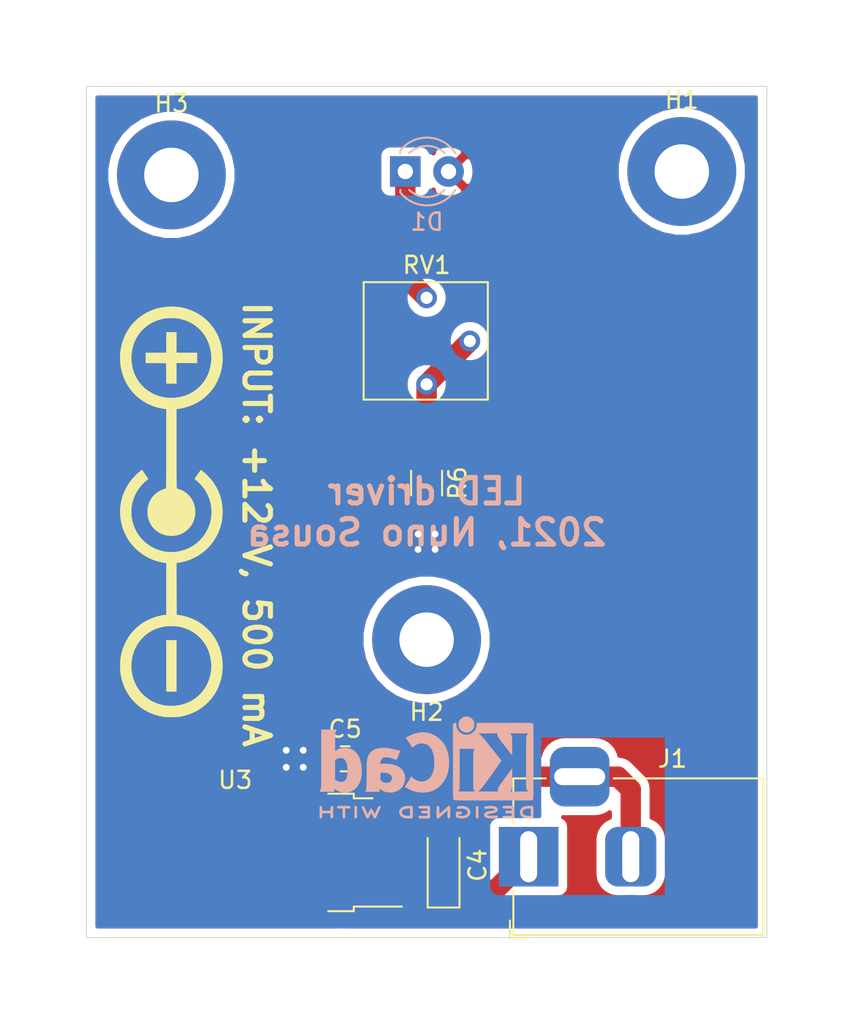
<source format=kicad_pcb>
(kicad_pcb (version 20171130) (host pcbnew "(5.1.10)-1")

  (general
    (thickness 1.6)
    (drawings 8)
    (tracks 31)
    (zones 0)
    (modules 12)
    (nets 6)
  )

  (page A4)
  (layers
    (0 F.Cu signal)
    (31 B.Cu signal)
    (32 B.Adhes user)
    (33 F.Adhes user)
    (34 B.Paste user)
    (35 F.Paste user)
    (36 B.SilkS user)
    (37 F.SilkS user)
    (38 B.Mask user)
    (39 F.Mask user)
    (40 Dwgs.User user)
    (41 Cmts.User user)
    (42 Eco1.User user)
    (43 Eco2.User user)
    (44 Edge.Cuts user)
    (45 Margin user)
    (46 B.CrtYd user)
    (47 F.CrtYd user)
    (48 B.Fab user hide)
    (49 F.Fab user)
  )

  (setup
    (last_trace_width 0.5)
    (trace_clearance 0.21)
    (zone_clearance 0.508)
    (zone_45_only yes)
    (trace_min 0.1524)
    (via_size 0.8)
    (via_drill 0.4)
    (via_min_size 0.508)
    (via_min_drill 0.254)
    (uvia_size 0.8)
    (uvia_drill 0.4)
    (uvias_allowed no)
    (uvia_min_size 0.508)
    (uvia_min_drill 0.254)
    (edge_width 0.05)
    (segment_width 0.2)
    (pcb_text_width 0.3)
    (pcb_text_size 1.5 1.5)
    (mod_edge_width 0.12)
    (mod_text_size 1 1)
    (mod_text_width 0.15)
    (pad_size 1.524 1.524)
    (pad_drill 0.762)
    (pad_to_mask_clearance 0.0508)
    (aux_axis_origin 0 0)
    (visible_elements 7FFFFFFF)
    (pcbplotparams
      (layerselection 0x010fc_ffffffff)
      (usegerberextensions false)
      (usegerberattributes true)
      (usegerberadvancedattributes true)
      (creategerberjobfile true)
      (excludeedgelayer true)
      (linewidth 0.100000)
      (plotframeref false)
      (viasonmask false)
      (mode 1)
      (useauxorigin false)
      (hpglpennumber 1)
      (hpglpenspeed 20)
      (hpglpendiameter 15.000000)
      (psnegative false)
      (psa4output false)
      (plotreference true)
      (plotvalue true)
      (plotinvisibletext false)
      (padsonsilk false)
      (subtractmaskfromsilk false)
      (outputformat 1)
      (mirror false)
      (drillshape 0)
      (scaleselection 1)
      (outputdirectory "Gerbers/"))
  )

  (net 0 "")
  (net 1 GND)
  (net 2 +9V)
  (net 3 +12V)
  (net 4 "Net-(D1-Pad1)")
  (net 5 "Net-(R6-Pad1)")

  (net_class Default "This is the default net class."
    (clearance 0.21)
    (trace_width 0.5)
    (via_dia 0.8)
    (via_drill 0.4)
    (uvia_dia 0.8)
    (uvia_drill 0.4)
    (add_net "Net-(D1-Pad1)")
    (add_net "Net-(R6-Pad1)")
  )

  (net_class Power ""
    (clearance 0.21)
    (trace_width 1)
    (via_dia 0.8)
    (via_drill 0.4)
    (uvia_dia 0.8)
    (uvia_drill 0.4)
    (add_net +12V)
    (add_net +9V)
    (add_net GND)
  )

  (module Symbol:Polarity_Center_Positive_6mm_SilkScreen (layer F.Cu) (tedit 0) (tstamp 61720038)
    (at 105 90 90)
    (descr "Polarity Logo, Center Positive")
    (tags "Logo Polarity Center Positive")
    (attr virtual)
    (fp_text reference REF** (at 0 0 90) (layer F.SilkS) hide
      (effects (font (size 1 1) (thickness 0.15)))
    )
    (fp_text value Polarity_Center_Positive_6mm_SilkScreen (at 0.75 0 90) (layer F.Fab) hide
      (effects (font (size 1 1) (thickness 0.15)))
    )
    (fp_poly (pts (xy 9.355248 -0.301782) (xy 10.562377 -0.301782) (xy 10.562377 0.301782) (xy 9.355248 0.301782)
      (xy 9.355248 1.508911) (xy 8.751684 1.508911) (xy 8.751684 0.301782) (xy 7.544555 0.301782)
      (xy 7.544555 -0.301538) (xy 8.144976 -0.304804) (xy 8.745396 -0.308069) (xy 8.748662 -0.90849)
      (xy 8.751927 -1.508911) (xy 9.355248 -1.508911) (xy 9.355248 -0.301782)) (layer F.SilkS) (width 0.01))
    (fp_poly (pts (xy -7.53198 0.301782) (xy -10.549802 0.301782) (xy -10.549802 -0.301782) (xy -7.53198 -0.301782)
      (xy -7.53198 0.301782)) (layer F.SilkS) (width 0.01))
    (fp_poly (pts (xy 9.174857 -3.014648) (xy 9.284024 -3.010439) (xy 9.337281 -3.006461) (xy 9.605462 -2.969918)
      (xy 9.868658 -2.910608) (xy 10.124621 -2.829446) (xy 10.371103 -2.727346) (xy 10.605855 -2.605224)
      (xy 10.82663 -2.463993) (xy 11.002476 -2.328892) (xy 11.201601 -2.14635) (xy 11.382043 -1.947388)
      (xy 11.543021 -1.733246) (xy 11.683755 -1.505162) (xy 11.803468 -1.264377) (xy 11.90138 -1.012131)
      (xy 11.964636 -0.798451) (xy 12.018398 -0.543687) (xy 12.051602 -0.281875) (xy 12.064157 -0.017474)
      (xy 12.05597 0.245057) (xy 12.02695 0.501257) (xy 11.994887 0.671311) (xy 11.923092 0.940062)
      (xy 11.829676 1.197173) (xy 11.715269 1.44171) (xy 11.580501 1.672735) (xy 11.426002 1.889311)
      (xy 11.252403 2.090501) (xy 11.060332 2.27537) (xy 10.85042 2.44298) (xy 10.761866 2.504804)
      (xy 10.530064 2.645671) (xy 10.288075 2.763787) (xy 10.035374 2.859355) (xy 9.771434 2.932574)
      (xy 9.515107 2.980834) (xy 9.450666 2.988743) (xy 9.371077 2.996003) (xy 9.281678 3.002373)
      (xy 9.187807 3.007614) (xy 9.094804 3.011484) (xy 9.008007 3.013745) (xy 8.932755 3.014155)
      (xy 8.874386 3.012474) (xy 8.852278 3.01067) (xy 8.821066 3.007233) (xy 8.772553 3.002019)
      (xy 8.714451 2.995854) (xy 8.676238 2.991837) (xy 8.427765 2.953789) (xy 8.178947 2.892397)
      (xy 7.933372 2.809154) (xy 7.694629 2.705555) (xy 7.466304 2.583096) (xy 7.251985 2.443269)
      (xy 7.123317 2.344941) (xy 7.041263 2.274354) (xy 6.951395 2.190585) (xy 6.860509 2.100408)
      (xy 6.775407 2.010595) (xy 6.702885 1.927921) (xy 6.694346 1.917575) (xy 6.547547 1.719178)
      (xy 6.416636 1.503255) (xy 6.302872 1.272735) (xy 6.207511 1.030547) (xy 6.131813 0.77962)
      (xy 6.077036 0.522882) (xy 6.066417 0.455817) (xy 6.043778 0.301782) (xy 3.713079 0.301782)
      (xy 3.418557 0.301813) (xy 3.148274 0.301908) (xy 2.90132 0.302075) (xy 2.676786 0.302318)
      (xy 2.473762 0.302645) (xy 2.291339 0.303061) (xy 2.128606 0.303573) (xy 1.984655 0.304186)
      (xy 1.858576 0.304907) (xy 1.749459 0.305742) (xy 1.656394 0.306697) (xy 1.578473 0.307778)
      (xy 1.514785 0.308992) (xy 1.464421 0.310343) (xy 1.426471 0.31184) (xy 1.400026 0.313486)
      (xy 1.384176 0.31529) (xy 1.378011 0.317256) (xy 1.37788 0.3175) (xy 1.327173 0.476421)
      (xy 1.271105 0.614878) (xy 1.207193 0.737391) (xy 1.132957 0.848478) (xy 1.045915 0.95266)
      (xy 1.006547 0.993825) (xy 0.871272 1.113268) (xy 0.723836 1.212215) (xy 0.566533 1.290661)
      (xy 0.401658 1.348604) (xy 0.231506 1.38604) (xy 0.058372 1.402966) (xy -0.11545 1.399379)
      (xy -0.287664 1.375275) (xy -0.455977 1.33065) (xy -0.618093 1.265503) (xy -0.771717 1.179829)
      (xy -0.914555 1.073625) (xy -0.997447 0.996705) (xy -1.119461 0.858261) (xy -1.218275 0.712292)
      (xy -1.295267 0.556607) (xy -1.326614 0.472636) (xy -1.375202 0.291073) (xy -1.400427 0.108158)
      (xy -1.401845 0.004344) (xy 6.70208 0.004344) (xy 6.712761 0.24759) (xy 6.745199 0.479902)
      (xy 6.79998 0.703923) (xy 6.877694 0.922297) (xy 6.934728 1.049951) (xy 7.048116 1.257535)
      (xy 7.180742 1.449778) (xy 7.331277 1.625814) (xy 7.498393 1.784775) (xy 7.680761 1.925794)
      (xy 7.877053 2.048002) (xy 8.08594 2.150533) (xy 8.306093 2.23252) (xy 8.536185 2.293094)
      (xy 8.774885 2.331388) (xy 8.915149 2.342962) (xy 8.960493 2.345526) (xy 9.000104 2.34792)
      (xy 9.015743 2.34895) (xy 9.039636 2.348885) (xy 9.082896 2.347147) (xy 9.139817 2.344021)
      (xy 9.204695 2.339792) (xy 9.219086 2.338769) (xy 9.465942 2.309097) (xy 9.702815 2.256947)
      (xy 9.928679 2.183209) (xy 10.142509 2.088772) (xy 10.343278 1.974528) (xy 10.529962 1.841366)
      (xy 10.701534 1.690176) (xy 10.85697 1.521849) (xy 10.995243 1.337274) (xy 11.115328 1.137342)
      (xy 11.216199 0.922942) (xy 11.296831 0.694965) (xy 11.348853 0.490396) (xy 11.364778 0.396023)
      (xy 11.377338 0.283696) (xy 11.386253 0.160418) (xy 11.391244 0.033195) (xy 11.392031 -0.09097)
      (xy 11.388335 -0.205073) (xy 11.380336 -0.298428) (xy 11.338179 -0.544573) (xy 11.27385 -0.779343)
      (xy 11.187746 -1.002085) (xy 11.080266 -1.212147) (xy 10.951808 -1.408874) (xy 10.802769 -1.591613)
      (xy 10.633549 -1.759712) (xy 10.444545 -1.912517) (xy 10.361188 -1.970754) (xy 10.16887 -2.084639)
      (xy 9.963132 -2.178815) (xy 9.746574 -2.252959) (xy 9.521795 -2.306745) (xy 9.291396 -2.339851)
      (xy 9.057977 -2.351952) (xy 8.824137 -2.342726) (xy 8.592478 -2.311847) (xy 8.365598 -2.258993)
      (xy 8.273862 -2.230663) (xy 8.05044 -2.143625) (xy 7.840598 -2.036014) (xy 7.645283 -1.909004)
      (xy 7.465446 -1.763769) (xy 7.302034 -1.601483) (xy 7.155996 -1.423319) (xy 7.028281 -1.230451)
      (xy 6.919836 -1.024053) (xy 6.831612 -0.805299) (xy 6.764556 -0.575363) (xy 6.719617 -0.335418)
      (xy 6.71527 -0.302112) (xy 6.710532 -0.250426) (xy 6.706549 -0.181414) (xy 6.703657 -0.102894)
      (xy 6.702192 -0.022684) (xy 6.70208 0.004344) (xy -1.401845 0.004344) (xy -1.402915 -0.073943)
      (xy -1.383295 -0.253064) (xy -1.342196 -0.427039) (xy -1.280244 -0.593704) (xy -1.198068 -0.750892)
      (xy -1.096295 -0.896437) (xy -0.975555 -1.028174) (xy -0.863789 -1.123647) (xy -0.712718 -1.223451)
      (xy -0.550818 -1.301889) (xy -0.380623 -1.358897) (xy -0.204671 -1.394412) (xy -0.025498 -1.40837)
      (xy 0.154362 -1.400708) (xy 0.332372 -1.371363) (xy 0.505996 -1.320272) (xy 0.672698 -1.247369)
      (xy 0.81104 -1.165539) (xy 0.852564 -1.134713) (xy 0.903937 -1.092358) (xy 0.957473 -1.04497)
      (xy 0.990135 -1.014209) (xy 1.098871 -0.89663) (xy 1.190296 -0.770545) (xy 1.266541 -0.632132)
      (xy 1.329734 -0.477568) (xy 1.378259 -0.3175) (xy 1.383286 -0.315514) (xy 1.397888 -0.313692)
      (xy 1.422974 -0.312027) (xy 1.459453 -0.310514) (xy 1.508236 -0.309146) (xy 1.570231 -0.307916)
      (xy 1.646348 -0.30682) (xy 1.737496 -0.30585) (xy 1.844585 -0.305002) (xy 1.968524 -0.304267)
      (xy 2.110222 -0.303641) (xy 2.270588 -0.303118) (xy 2.450533 -0.30269) (xy 2.650965 -0.302353)
      (xy 2.872794 -0.3021) (xy 3.11693 -0.301924) (xy 3.384281 -0.301821) (xy 3.675757 -0.301782)
      (xy 6.045749 -0.301782) (xy 6.054377 -0.380371) (xy 6.077423 -0.538056) (xy 6.112328 -0.707353)
      (xy 6.156755 -0.879114) (xy 6.208371 -1.04419) (xy 6.257 -1.174493) (xy 6.371297 -1.422295)
      (xy 6.505546 -1.65544) (xy 6.658707 -1.873121) (xy 6.829739 -2.074532) (xy 7.017603 -2.258866)
      (xy 7.221259 -2.425314) (xy 7.439665 -2.57307) (xy 7.671783 -2.701326) (xy 7.916573 -2.809276)
      (xy 8.172993 -2.896112) (xy 8.440005 -2.961027) (xy 8.592836 -2.987365) (xy 8.689124 -2.998626)
      (xy 8.802953 -3.007176) (xy 8.92684 -3.012825) (xy 9.053302 -3.01538) (xy 9.174857 -3.014648)) (layer F.SilkS) (width 0.01))
    (fp_poly (pts (xy 0.284256 -3.001128) (xy 0.547425 -2.965017) (xy 0.807122 -2.90509) (xy 1.012228 -2.839465)
      (xy 1.268147 -2.733675) (xy 1.51242 -2.605906) (xy 1.743838 -2.457061) (xy 1.961189 -2.288042)
      (xy 2.163266 -2.099751) (xy 2.348858 -1.893091) (xy 2.443478 -1.771912) (xy 2.476932 -1.726844)
      (xy 2.216524 -1.545576) (xy 2.144808 -1.496046) (xy 2.079485 -1.451675) (xy 2.023498 -1.414402)
      (xy 1.97979 -1.386167) (xy 1.951304 -1.368908) (xy 1.941402 -1.364307) (xy 1.926901 -1.373699)
      (xy 1.903123 -1.398303) (xy 1.875675 -1.4322) (xy 1.732794 -1.602184) (xy 1.570246 -1.759421)
      (xy 1.391036 -1.902042) (xy 1.198171 -2.028182) (xy 0.994655 -2.135971) (xy 0.783496 -2.223543)
      (xy 0.567698 -2.28903) (xy 0.457703 -2.313156) (xy 0.217037 -2.346637) (xy -0.023002 -2.355783)
      (xy -0.260705 -2.341111) (xy -0.494363 -2.303139) (xy -0.72227 -2.242382) (xy -0.942717 -2.159358)
      (xy -1.153994 -2.054584) (xy -1.354395 -1.928576) (xy -1.542211 -1.781852) (xy -1.659937 -1.672432)
      (xy -1.825706 -1.490376) (xy -1.969395 -1.296329) (xy -2.091049 -1.090198) (xy -2.190714 -0.871892)
      (xy -2.268438 -0.64132) (xy -2.324266 -0.39839) (xy -2.334213 -0.339501) (xy -2.345559 -0.242621)
      (xy -2.352486 -0.129217) (xy -2.354991 -0.007364) (xy -2.35307 0.114862) (xy -2.346722 0.229384)
      (xy -2.335943 0.328126) (xy -2.334469 0.337789) (xy -2.284095 0.580493) (xy -2.211559 0.813307)
      (xy -2.117667 1.034956) (xy -2.003224 1.244164) (xy -1.869035 1.439658) (xy -1.715905 1.620161)
      (xy -1.544638 1.784399) (xy -1.356041 1.931096) (xy -1.307722 1.963926) (xy -1.097975 2.088025)
      (xy -0.879554 2.189266) (xy -0.654151 2.267417) (xy -0.42346 2.322247) (xy -0.189171 2.353523)
      (xy 0.047023 2.361015) (xy 0.283431 2.34449) (xy 0.518361 2.303717) (xy 0.734803 2.243581)
      (xy 0.962539 2.155388) (xy 1.178452 2.045446) (xy 1.381155 1.914717) (xy 1.569263 1.764161)
      (xy 1.741389 1.594741) (xy 1.844939 1.473836) (xy 1.93834 1.357029) (xy 1.997116 1.399058)
      (xy 2.026126 1.419575) (xy 2.07139 1.451308) (xy 2.128479 1.491166) (xy 2.192965 1.536058)
      (xy 2.260223 1.582754) (xy 2.32278 1.626501) (xy 2.377595 1.665552) (xy 2.421541 1.697618)
      (xy 2.451487 1.72041) (xy 2.464303 1.73164) (xy 2.464555 1.732202) (xy 2.456524 1.749257)
      (xy 2.434321 1.781416) (xy 2.400782 1.825259) (xy 2.358744 1.877364) (xy 2.311043 1.934311)
      (xy 2.260514 1.992677) (xy 2.209995 2.049043) (xy 2.16232 2.099988) (xy 2.144448 2.118319)
      (xy 1.940602 2.307021) (xy 1.724123 2.474233) (xy 1.495976 2.61955) (xy 1.257126 2.74257)
      (xy 1.008539 2.842889) (xy 0.751181 2.920101) (xy 0.486016 2.973804) (xy 0.214011 3.003594)
      (xy 0.012575 3.010009) (xy -0.243699 3.001123) (xy -0.486153 2.973925) (xy -0.719254 2.927366)
      (xy -0.947468 2.860401) (xy -1.175259 2.771983) (xy -1.348534 2.690949) (xy -1.587073 2.557788)
      (xy -1.811248 2.404378) (xy -2.019904 2.231867) (xy -2.211883 2.041403) (xy -2.386027 1.834133)
      (xy -2.54118 1.611206) (xy -2.676135 1.373868) (xy -2.789227 1.126949) (xy -2.878205 0.876394)
      (xy -2.944096 0.619067) (xy -2.970293 0.477107) (xy -2.998492 0.301682) (xy -6.04193 0.30807)
      (xy -6.051432 0.396089) (xy -6.084346 0.609191) (xy -6.136827 0.829042) (xy -6.206756 1.049657)
      (xy -6.292014 1.265049) (xy -6.390482 1.469234) (xy -6.49424 1.647228) (xy -6.591951 1.78852)
      (xy -6.703809 1.931369) (xy -6.824788 2.070155) (xy -6.949861 2.199258) (xy -7.074001 2.313056)
      (xy -7.133232 2.361737) (xy -7.358571 2.52377) (xy -7.593664 2.662626) (xy -7.838465 2.778289)
      (xy -8.092929 2.870744) (xy -8.35701 2.939973) (xy -8.630664 2.985961) (xy -8.913844 3.008692)
      (xy -8.971732 3.010449) (xy -9.048547 3.011815) (xy -9.120133 3.012465) (xy -9.181259 3.012398)
      (xy -9.226699 3.011615) (xy -9.248366 3.010459) (xy -9.418838 2.991313) (xy -9.570515 2.96932)
      (xy -9.709697 2.943227) (xy -9.842687 2.911783) (xy -9.975787 2.873736) (xy -10.040544 2.853095)
      (xy -10.291003 2.757922) (xy -10.529277 2.641341) (xy -10.75432 2.504491) (xy -10.965087 2.348512)
      (xy -11.160533 2.174541) (xy -11.339612 1.983718) (xy -11.501277 1.777183) (xy -11.644485 1.556073)
      (xy -11.768188 1.321529) (xy -11.871342 1.074689) (xy -11.952901 0.816692) (xy -11.969501 0.751783)
      (xy -11.995396 0.640579) (xy -12.015476 0.540777) (xy -12.030408 0.446295) (xy -12.04086 0.351052)
      (xy -12.047499 0.248966) (xy -12.050993 0.133958) (xy -12.052008 0) (xy -12.051961 -0.006287)
      (xy -11.392277 -0.006287) (xy -11.380589 0.243496) (xy -11.345747 0.48557) (xy -11.288088 0.718899)
      (xy -11.207945 0.942444) (xy -11.105653 1.155171) (xy -10.981549 1.35604) (xy -10.928562 1.429281)
      (xy -10.776416 1.610349) (xy -10.607296 1.773641) (xy -10.422872 1.918261) (xy -10.224812 2.043313)
      (xy -10.014783 2.147901) (xy -9.794455 2.231129) (xy -9.565495 2.292102) (xy -9.329571 2.329924)
      (xy -9.235792 2.338223) (xy -9.176993 2.342248) (xy -9.125609 2.345769) (xy -9.088 2.348348)
      (xy -9.072326 2.349427) (xy -9.050981 2.349184) (xy -9.009949 2.347311) (xy -8.954617 2.344099)
      (xy -8.890374 2.339841) (xy -8.871841 2.338524) (xy -8.62738 2.309016) (xy -8.392608 2.257086)
      (xy -8.16857 2.183783) (xy -7.956314 2.090152) (xy -7.756886 1.977241) (xy -7.571332 1.846096)
      (xy -7.4007 1.697765) (xy -7.246035 1.533294) (xy -7.108384 1.35373) (xy -6.988794 1.16012)
      (xy -6.888311 0.953511) (xy -6.807981 0.734949) (xy -6.748851 0.505482) (xy -6.711969 0.266157)
      (xy -6.703799 0.169753) (xy -6.699129 -0.07928) (xy -6.717617 -0.322066) (xy -6.758571 -0.55736)
      (xy -6.8213 -0.783916) (xy -6.905113 -1.000488) (xy -7.009318 -1.205831) (xy -7.133224 -1.3987)
      (xy -7.27614 -1.577848) (xy -7.437374 -1.742031) (xy -7.616236 -1.890004) (xy -7.812033 -2.020519)
      (xy -7.966054 -2.104451) (xy -8.184917 -2.199453) (xy -8.412286 -2.271733) (xy -8.645855 -2.321274)
      (xy -8.883323 -2.348062) (xy -9.122385 -2.352081) (xy -9.360736 -2.333315) (xy -9.596074 -2.291748)
      (xy -9.826095 -2.227366) (xy -10.048494 -2.140152) (xy -10.094271 -2.118812) (xy -10.303883 -2.004752)
      (xy -10.497469 -1.871949) (xy -10.674261 -1.721652) (xy -10.833495 -1.555108) (xy -10.974402 -1.373564)
      (xy -11.096216 -1.178269) (xy -11.198171 -0.97047) (xy -11.279501 -0.751413) (xy -11.339438 -0.522348)
      (xy -11.377216 -0.284521) (xy -11.39207 -0.039179) (xy -11.392277 -0.006287) (xy -12.051961 -0.006287)
      (xy -12.050991 -0.133835) (xy -12.047509 -0.248714) (xy -12.040919 -0.350763) (xy -12.030579 -0.446106)
      (xy -12.015845 -0.540869) (xy -11.996075 -0.64118) (xy -11.974779 -0.735594) (xy -11.900651 -0.99749)
      (xy -11.804584 -1.248129) (xy -11.687615 -1.486489) (xy -11.550777 -1.711548) (xy -11.395105 -1.922281)
      (xy -11.221632 -2.117667) (xy -11.031395 -2.296684) (xy -10.825425 -2.458307) (xy -10.60476 -2.601516)
      (xy -10.370432 -2.725287) (xy -10.123476 -2.828597) (xy -9.864926 -2.910424) (xy -9.745049 -2.93997)
      (xy -9.641728 -2.962304) (xy -9.550281 -2.97959) (xy -9.464751 -2.992425) (xy -9.37918 -3.001407)
      (xy -9.287608 -3.007132) (xy -9.184078 -3.0102) (xy -9.062632 -3.011206) (xy -9.034604 -3.011212)
      (xy -8.899914 -3.009991) (xy -8.784027 -3.006137) (xy -8.680673 -2.998985) (xy -8.583585 -2.987876)
      (xy -8.486493 -2.972148) (xy -8.383129 -2.951138) (xy -8.312345 -2.934981) (xy -8.066823 -2.865442)
      (xy -7.825035 -2.774094) (xy -7.591406 -2.663026) (xy -7.370362 -2.534331) (xy -7.178007 -2.399149)
      (xy -7.086506 -2.324214) (xy -6.98803 -2.235914) (xy -6.889098 -2.140592) (xy -6.796233 -2.044595)
      (xy -6.715956 -1.95427) (xy -6.696047 -1.930148) (xy -6.544923 -1.724736) (xy -6.410609 -1.504129)
      (xy -6.294631 -1.271846) (xy -6.198516 -1.031408) (xy -6.123789 -0.786335) (xy -6.071976 -0.540146)
      (xy -6.060949 -0.465247) (xy -6.053751 -0.412554) (xy -6.04705 -0.366637) (xy -6.042012 -0.335397)
      (xy -6.041 -0.330074) (xy -6.035164 -0.301782) (xy -2.992673 -0.301782) (xy -2.992673 -0.331589)
      (xy -2.990028 -0.36406) (xy -2.982783 -0.415455) (xy -2.971976 -0.480187) (xy -2.958641 -0.552671)
      (xy -2.943815 -0.627322) (xy -2.928534 -0.698553) (xy -2.913835 -0.760779) (xy -2.91101 -0.771829)
      (xy -2.833687 -1.020275) (xy -2.733013 -1.262697) (xy -2.610485 -1.496942) (xy -2.467601 -1.720861)
      (xy -2.305857 -1.932303) (xy -2.126752 -2.129117) (xy -1.931781 -2.309152) (xy -1.734549 -2.461753)
      (xy -1.507065 -2.607438) (xy -1.268951 -2.731248) (xy -1.02197 -2.832938) (xy -0.767883 -2.912268)
      (xy -0.508455 -2.968994) (xy -0.245447 -3.002875) (xy 0.019378 -3.013667) (xy 0.284256 -3.001128)) (layer F.SilkS) (width 0.01))
  )

  (module Symbol:KiCad-Logo2_5mm_SilkScreen (layer B.Cu) (tedit 0) (tstamp 6171FF6A)
    (at 120 105 180)
    (descr "KiCad Logo")
    (tags "Logo KiCad")
    (attr virtual)
    (fp_text reference REF** (at 0 5.08 180) (layer B.SilkS) hide
      (effects (font (size 1 1) (thickness 0.15)) (justify mirror))
    )
    (fp_text value KiCad-Logo2_5mm_SilkScreen (at 0 -5.08 180) (layer B.Fab) hide
      (effects (font (size 1 1) (thickness 0.15)) (justify mirror))
    )
    (fp_poly (pts (xy 6.228823 -2.274533) (xy 6.260202 -2.296776) (xy 6.287911 -2.324485) (xy 6.287911 -2.63392)
      (xy 6.287838 -2.725799) (xy 6.287495 -2.79784) (xy 6.286692 -2.85278) (xy 6.285241 -2.89336)
      (xy 6.282952 -2.922317) (xy 6.279636 -2.942391) (xy 6.275105 -2.956321) (xy 6.269169 -2.966845)
      (xy 6.264514 -2.9731) (xy 6.233783 -2.997673) (xy 6.198496 -3.000341) (xy 6.166245 -2.985271)
      (xy 6.155588 -2.976374) (xy 6.148464 -2.964557) (xy 6.144167 -2.945526) (xy 6.141991 -2.914992)
      (xy 6.141228 -2.868662) (xy 6.141155 -2.832871) (xy 6.141155 -2.698045) (xy 5.644444 -2.698045)
      (xy 5.644444 -2.8207) (xy 5.643931 -2.876787) (xy 5.641876 -2.915333) (xy 5.637508 -2.941361)
      (xy 5.630056 -2.959897) (xy 5.621047 -2.9731) (xy 5.590144 -2.997604) (xy 5.555196 -3.000506)
      (xy 5.521738 -2.983089) (xy 5.512604 -2.973959) (xy 5.506152 -2.961855) (xy 5.501897 -2.943001)
      (xy 5.499352 -2.91362) (xy 5.498029 -2.869937) (xy 5.497443 -2.808175) (xy 5.497375 -2.794)
      (xy 5.496891 -2.677631) (xy 5.496641 -2.581727) (xy 5.496723 -2.504177) (xy 5.497231 -2.442869)
      (xy 5.498262 -2.39569) (xy 5.499913 -2.36053) (xy 5.502279 -2.335276) (xy 5.505457 -2.317817)
      (xy 5.509544 -2.306041) (xy 5.514634 -2.297835) (xy 5.520266 -2.291645) (xy 5.552128 -2.271844)
      (xy 5.585357 -2.274533) (xy 5.616735 -2.296776) (xy 5.629433 -2.311126) (xy 5.637526 -2.326978)
      (xy 5.642042 -2.349554) (xy 5.644006 -2.384078) (xy 5.644444 -2.435776) (xy 5.644444 -2.551289)
      (xy 6.141155 -2.551289) (xy 6.141155 -2.432756) (xy 6.141662 -2.378148) (xy 6.143698 -2.341275)
      (xy 6.148035 -2.317307) (xy 6.155447 -2.301415) (xy 6.163733 -2.291645) (xy 6.195594 -2.271844)
      (xy 6.228823 -2.274533)) (layer B.SilkS) (width 0.01))
    (fp_poly (pts (xy 4.963065 -2.269163) (xy 5.041772 -2.269542) (xy 5.102863 -2.270333) (xy 5.148817 -2.27167)
      (xy 5.182114 -2.273683) (xy 5.205236 -2.276506) (xy 5.220662 -2.280269) (xy 5.230871 -2.285105)
      (xy 5.235813 -2.288822) (xy 5.261457 -2.321358) (xy 5.264559 -2.355138) (xy 5.248711 -2.385826)
      (xy 5.238348 -2.398089) (xy 5.227196 -2.40645) (xy 5.211035 -2.411657) (xy 5.185642 -2.414457)
      (xy 5.146798 -2.415596) (xy 5.09028 -2.415821) (xy 5.07918 -2.415822) (xy 4.933244 -2.415822)
      (xy 4.933244 -2.686756) (xy 4.933148 -2.772154) (xy 4.932711 -2.837864) (xy 4.931712 -2.886774)
      (xy 4.929928 -2.921773) (xy 4.927137 -2.945749) (xy 4.923117 -2.961593) (xy 4.917645 -2.972191)
      (xy 4.910666 -2.980267) (xy 4.877734 -3.000112) (xy 4.843354 -2.998548) (xy 4.812176 -2.975906)
      (xy 4.809886 -2.9731) (xy 4.802429 -2.962492) (xy 4.796747 -2.950081) (xy 4.792601 -2.93285)
      (xy 4.78975 -2.907784) (xy 4.787954 -2.871867) (xy 4.786972 -2.822083) (xy 4.786564 -2.755417)
      (xy 4.786489 -2.679589) (xy 4.786489 -2.415822) (xy 4.647127 -2.415822) (xy 4.587322 -2.415418)
      (xy 4.545918 -2.41384) (xy 4.518748 -2.410547) (xy 4.501646 -2.404992) (xy 4.490443 -2.396631)
      (xy 4.489083 -2.395178) (xy 4.472725 -2.361939) (xy 4.474172 -2.324362) (xy 4.492978 -2.291645)
      (xy 4.50025 -2.285298) (xy 4.509627 -2.280266) (xy 4.523609 -2.276396) (xy 4.544696 -2.273537)
      (xy 4.575389 -2.271535) (xy 4.618189 -2.270239) (xy 4.675595 -2.269498) (xy 4.75011 -2.269158)
      (xy 4.844233 -2.269068) (xy 4.86426 -2.269067) (xy 4.963065 -2.269163)) (layer B.SilkS) (width 0.01))
    (fp_poly (pts (xy 4.188614 -2.275877) (xy 4.212327 -2.290647) (xy 4.238978 -2.312227) (xy 4.238978 -2.633773)
      (xy 4.238893 -2.72783) (xy 4.238529 -2.801932) (xy 4.237724 -2.858704) (xy 4.236313 -2.900768)
      (xy 4.234133 -2.930748) (xy 4.231021 -2.951267) (xy 4.226814 -2.964949) (xy 4.221348 -2.974416)
      (xy 4.217472 -2.979082) (xy 4.186034 -2.999575) (xy 4.150233 -2.998739) (xy 4.118873 -2.981264)
      (xy 4.092222 -2.959684) (xy 4.092222 -2.312227) (xy 4.118873 -2.290647) (xy 4.144594 -2.274949)
      (xy 4.1656 -2.269067) (xy 4.188614 -2.275877)) (layer B.SilkS) (width 0.01))
    (fp_poly (pts (xy 3.744665 -2.271034) (xy 3.764255 -2.278035) (xy 3.76501 -2.278377) (xy 3.791613 -2.298678)
      (xy 3.80627 -2.319561) (xy 3.809138 -2.329352) (xy 3.808996 -2.342361) (xy 3.804961 -2.360895)
      (xy 3.796146 -2.387257) (xy 3.781669 -2.423752) (xy 3.760645 -2.472687) (xy 3.732188 -2.536365)
      (xy 3.695415 -2.617093) (xy 3.675175 -2.661216) (xy 3.638625 -2.739985) (xy 3.604315 -2.812423)
      (xy 3.573552 -2.87588) (xy 3.547648 -2.927708) (xy 3.52791 -2.965259) (xy 3.51565 -2.985884)
      (xy 3.513224 -2.988733) (xy 3.482183 -3.001302) (xy 3.447121 -2.999619) (xy 3.419 -2.984332)
      (xy 3.417854 -2.983089) (xy 3.406668 -2.966154) (xy 3.387904 -2.93317) (xy 3.363875 -2.88838)
      (xy 3.336897 -2.836032) (xy 3.327201 -2.816742) (xy 3.254014 -2.67015) (xy 3.17424 -2.829393)
      (xy 3.145767 -2.884415) (xy 3.11935 -2.932132) (xy 3.097148 -2.968893) (xy 3.081319 -2.991044)
      (xy 3.075954 -2.995741) (xy 3.034257 -3.002102) (xy 2.999849 -2.988733) (xy 2.989728 -2.974446)
      (xy 2.972214 -2.942692) (xy 2.948735 -2.896597) (xy 2.92072 -2.839285) (xy 2.889599 -2.77388)
      (xy 2.856799 -2.703507) (xy 2.82375 -2.631291) (xy 2.791881 -2.560355) (xy 2.762619 -2.493825)
      (xy 2.737395 -2.434826) (xy 2.717636 -2.386481) (xy 2.704772 -2.351915) (xy 2.700231 -2.334253)
      (xy 2.700277 -2.333613) (xy 2.711326 -2.311388) (xy 2.73341 -2.288753) (xy 2.73471 -2.287768)
      (xy 2.761853 -2.272425) (xy 2.786958 -2.272574) (xy 2.796368 -2.275466) (xy 2.807834 -2.281718)
      (xy 2.82001 -2.294014) (xy 2.834357 -2.314908) (xy 2.852336 -2.346949) (xy 2.875407 -2.392688)
      (xy 2.90503 -2.454677) (xy 2.931745 -2.511898) (xy 2.96248 -2.578226) (xy 2.990021 -2.637874)
      (xy 3.012938 -2.687725) (xy 3.029798 -2.724664) (xy 3.039173 -2.745573) (xy 3.04054 -2.748845)
      (xy 3.046689 -2.743497) (xy 3.060822 -2.721109) (xy 3.081057 -2.684946) (xy 3.105515 -2.638277)
      (xy 3.115248 -2.619022) (xy 3.148217 -2.554004) (xy 3.173643 -2.506654) (xy 3.193612 -2.474219)
      (xy 3.21021 -2.453946) (xy 3.225524 -2.443082) (xy 3.24164 -2.438875) (xy 3.252143 -2.4384)
      (xy 3.27067 -2.440042) (xy 3.286904 -2.446831) (xy 3.303035 -2.461566) (xy 3.321251 -2.487044)
      (xy 3.343739 -2.526061) (xy 3.372689 -2.581414) (xy 3.388662 -2.612903) (xy 3.41457 -2.663087)
      (xy 3.437167 -2.704704) (xy 3.454458 -2.734242) (xy 3.46445 -2.748189) (xy 3.465809 -2.74877)
      (xy 3.472261 -2.737793) (xy 3.486708 -2.70929) (xy 3.507703 -2.666244) (xy 3.533797 -2.611638)
      (xy 3.563546 -2.548454) (xy 3.57818 -2.517071) (xy 3.61625 -2.436078) (xy 3.646905 -2.373756)
      (xy 3.671737 -2.328071) (xy 3.692337 -2.296989) (xy 3.710298 -2.278478) (xy 3.72721 -2.270504)
      (xy 3.744665 -2.271034)) (layer B.SilkS) (width 0.01))
    (fp_poly (pts (xy 1.018309 -2.269275) (xy 1.147288 -2.273636) (xy 1.256991 -2.286861) (xy 1.349226 -2.309741)
      (xy 1.425802 -2.34307) (xy 1.488527 -2.387638) (xy 1.539212 -2.444236) (xy 1.579663 -2.513658)
      (xy 1.580459 -2.515351) (xy 1.604601 -2.577483) (xy 1.613203 -2.632509) (xy 1.606231 -2.687887)
      (xy 1.583654 -2.751073) (xy 1.579372 -2.760689) (xy 1.550172 -2.816966) (xy 1.517356 -2.860451)
      (xy 1.475002 -2.897417) (xy 1.41719 -2.934135) (xy 1.413831 -2.936052) (xy 1.363504 -2.960227)
      (xy 1.306621 -2.978282) (xy 1.239527 -2.990839) (xy 1.158565 -2.998522) (xy 1.060082 -3.001953)
      (xy 1.025286 -3.002251) (xy 0.859594 -3.002845) (xy 0.836197 -2.9731) (xy 0.829257 -2.963319)
      (xy 0.823842 -2.951897) (xy 0.819765 -2.936095) (xy 0.816837 -2.913175) (xy 0.814867 -2.880396)
      (xy 0.814225 -2.856089) (xy 0.970844 -2.856089) (xy 1.064726 -2.856089) (xy 1.119664 -2.854483)
      (xy 1.17606 -2.850255) (xy 1.222345 -2.844292) (xy 1.225139 -2.84379) (xy 1.307348 -2.821736)
      (xy 1.371114 -2.7886) (xy 1.418452 -2.742847) (xy 1.451382 -2.682939) (xy 1.457108 -2.667061)
      (xy 1.462721 -2.642333) (xy 1.460291 -2.617902) (xy 1.448467 -2.5854) (xy 1.44134 -2.569434)
      (xy 1.418 -2.527006) (xy 1.38988 -2.49724) (xy 1.35894 -2.476511) (xy 1.296966 -2.449537)
      (xy 1.217651 -2.429998) (xy 1.125253 -2.418746) (xy 1.058333 -2.41627) (xy 0.970844 -2.415822)
      (xy 0.970844 -2.856089) (xy 0.814225 -2.856089) (xy 0.813668 -2.835021) (xy 0.81305 -2.774311)
      (xy 0.812825 -2.695526) (xy 0.8128 -2.63392) (xy 0.8128 -2.324485) (xy 0.840509 -2.296776)
      (xy 0.852806 -2.285544) (xy 0.866103 -2.277853) (xy 0.884672 -2.27304) (xy 0.912786 -2.270446)
      (xy 0.954717 -2.26941) (xy 1.014737 -2.26927) (xy 1.018309 -2.269275)) (layer B.SilkS) (width 0.01))
    (fp_poly (pts (xy 0.230343 -2.26926) (xy 0.306701 -2.270174) (xy 0.365217 -2.272311) (xy 0.408255 -2.276175)
      (xy 0.438183 -2.282267) (xy 0.457368 -2.29109) (xy 0.468176 -2.303146) (xy 0.472973 -2.318939)
      (xy 0.474127 -2.33897) (xy 0.474133 -2.341335) (xy 0.473131 -2.363992) (xy 0.468396 -2.381503)
      (xy 0.457333 -2.394574) (xy 0.437348 -2.403913) (xy 0.405846 -2.410227) (xy 0.360232 -2.414222)
      (xy 0.297913 -2.416606) (xy 0.216293 -2.418086) (xy 0.191277 -2.418414) (xy -0.0508 -2.421467)
      (xy -0.054186 -2.486378) (xy -0.057571 -2.551289) (xy 0.110576 -2.551289) (xy 0.176266 -2.551531)
      (xy 0.223172 -2.552556) (xy 0.255083 -2.554811) (xy 0.275791 -2.558742) (xy 0.289084 -2.564798)
      (xy 0.298755 -2.573424) (xy 0.298817 -2.573493) (xy 0.316356 -2.607112) (xy 0.315722 -2.643448)
      (xy 0.297314 -2.674423) (xy 0.293671 -2.677607) (xy 0.280741 -2.685812) (xy 0.263024 -2.691521)
      (xy 0.23657 -2.695162) (xy 0.197432 -2.697167) (xy 0.141662 -2.697964) (xy 0.105994 -2.698045)
      (xy -0.056445 -2.698045) (xy -0.056445 -2.856089) (xy 0.190161 -2.856089) (xy 0.27158 -2.856231)
      (xy 0.33341 -2.856814) (xy 0.378637 -2.858068) (xy 0.410248 -2.860227) (xy 0.431231 -2.863523)
      (xy 0.444573 -2.868189) (xy 0.453261 -2.874457) (xy 0.45545 -2.876733) (xy 0.471614 -2.90828)
      (xy 0.472797 -2.944168) (xy 0.459536 -2.975285) (xy 0.449043 -2.985271) (xy 0.438129 -2.990769)
      (xy 0.421217 -2.995022) (xy 0.395633 -2.99818) (xy 0.358701 -3.000392) (xy 0.307746 -3.001806)
      (xy 0.240094 -3.002572) (xy 0.153069 -3.002838) (xy 0.133394 -3.002845) (xy 0.044911 -3.002787)
      (xy -0.023773 -3.002467) (xy -0.075436 -3.001667) (xy -0.112855 -3.000167) (xy -0.13881 -2.997749)
      (xy -0.156078 -2.994194) (xy -0.167438 -2.989282) (xy -0.175668 -2.982795) (xy -0.180183 -2.978138)
      (xy -0.186979 -2.969889) (xy -0.192288 -2.959669) (xy -0.196294 -2.9448) (xy -0.199179 -2.922602)
      (xy -0.201126 -2.890393) (xy -0.202319 -2.845496) (xy -0.202939 -2.785228) (xy -0.203171 -2.706911)
      (xy -0.2032 -2.640994) (xy -0.203129 -2.548628) (xy -0.202792 -2.476117) (xy -0.202002 -2.420737)
      (xy -0.200574 -2.379765) (xy -0.198321 -2.350478) (xy -0.195057 -2.330153) (xy -0.190596 -2.316066)
      (xy -0.184752 -2.305495) (xy -0.179803 -2.298811) (xy -0.156406 -2.269067) (xy 0.133774 -2.269067)
      (xy 0.230343 -2.26926)) (layer B.SilkS) (width 0.01))
    (fp_poly (pts (xy -1.300114 -2.273448) (xy -1.276548 -2.287273) (xy -1.245735 -2.309881) (xy -1.206078 -2.342338)
      (xy -1.15598 -2.385708) (xy -1.093843 -2.441058) (xy -1.018072 -2.509451) (xy -0.931334 -2.588084)
      (xy -0.750711 -2.751878) (xy -0.745067 -2.532029) (xy -0.743029 -2.456351) (xy -0.741063 -2.399994)
      (xy -0.738734 -2.359706) (xy -0.735606 -2.332235) (xy -0.731245 -2.314329) (xy -0.725216 -2.302737)
      (xy -0.717084 -2.294208) (xy -0.712772 -2.290623) (xy -0.678241 -2.27167) (xy -0.645383 -2.274441)
      (xy -0.619318 -2.290633) (xy -0.592667 -2.312199) (xy -0.589352 -2.627151) (xy -0.588435 -2.719779)
      (xy -0.587968 -2.792544) (xy -0.588113 -2.848161) (xy -0.589032 -2.889342) (xy -0.590887 -2.918803)
      (xy -0.593839 -2.939255) (xy -0.59805 -2.953413) (xy -0.603682 -2.963991) (xy -0.609927 -2.972474)
      (xy -0.623439 -2.988207) (xy -0.636883 -2.998636) (xy -0.652124 -3.002639) (xy -0.671026 -2.999094)
      (xy -0.695455 -2.986879) (xy -0.727273 -2.964871) (xy -0.768348 -2.931949) (xy -0.820542 -2.886991)
      (xy -0.885722 -2.828875) (xy -0.959556 -2.762099) (xy -1.224845 -2.521458) (xy -1.230489 -2.740589)
      (xy -1.232531 -2.816128) (xy -1.234502 -2.872354) (xy -1.236839 -2.912524) (xy -1.239981 -2.939896)
      (xy -1.244364 -2.957728) (xy -1.250424 -2.969279) (xy -1.2586 -2.977807) (xy -1.262784 -2.981282)
      (xy -1.299765 -3.000372) (xy -1.334708 -2.997493) (xy -1.365136 -2.9731) (xy -1.372097 -2.963286)
      (xy -1.377523 -2.951826) (xy -1.381603 -2.935968) (xy -1.384529 -2.912963) (xy -1.386492 -2.880062)
      (xy -1.387683 -2.834516) (xy -1.388292 -2.773573) (xy -1.388511 -2.694486) (xy -1.388534 -2.635956)
      (xy -1.38846 -2.544407) (xy -1.388113 -2.472687) (xy -1.387301 -2.418045) (xy -1.385833 -2.377732)
      (xy -1.383519 -2.348998) (xy -1.380167 -2.329093) (xy -1.375588 -2.315268) (xy -1.369589 -2.304772)
      (xy -1.365136 -2.298811) (xy -1.35385 -2.284691) (xy -1.343301 -2.274029) (xy -1.331893 -2.267892)
      (xy -1.31803 -2.267343) (xy -1.300114 -2.273448)) (layer B.SilkS) (width 0.01))
    (fp_poly (pts (xy -1.950081 -2.274599) (xy -1.881565 -2.286095) (xy -1.828943 -2.303967) (xy -1.794708 -2.327499)
      (xy -1.785379 -2.340924) (xy -1.775893 -2.372148) (xy -1.782277 -2.400395) (xy -1.80243 -2.427182)
      (xy -1.833745 -2.439713) (xy -1.879183 -2.438696) (xy -1.914326 -2.431906) (xy -1.992419 -2.418971)
      (xy -2.072226 -2.417742) (xy -2.161555 -2.428241) (xy -2.186229 -2.43269) (xy -2.269291 -2.456108)
      (xy -2.334273 -2.490945) (xy -2.380461 -2.536604) (xy -2.407145 -2.592494) (xy -2.412663 -2.621388)
      (xy -2.409051 -2.680012) (xy -2.385729 -2.731879) (xy -2.344824 -2.775978) (xy -2.288459 -2.811299)
      (xy -2.21876 -2.836829) (xy -2.137852 -2.851559) (xy -2.04786 -2.854478) (xy -1.95091 -2.844575)
      (xy -1.945436 -2.843641) (xy -1.906875 -2.836459) (xy -1.885494 -2.829521) (xy -1.876227 -2.819227)
      (xy -1.874006 -2.801976) (xy -1.873956 -2.792841) (xy -1.873956 -2.754489) (xy -1.942431 -2.754489)
      (xy -2.0029 -2.750347) (xy -2.044165 -2.737147) (xy -2.068175 -2.71373) (xy -2.076877 -2.678936)
      (xy -2.076983 -2.674394) (xy -2.071892 -2.644654) (xy -2.054433 -2.623419) (xy -2.021939 -2.609366)
      (xy -1.971743 -2.601173) (xy -1.923123 -2.598161) (xy -1.852456 -2.596433) (xy -1.801198 -2.59907)
      (xy -1.766239 -2.6088) (xy -1.74447 -2.628353) (xy -1.73278 -2.660456) (xy -1.72806 -2.707838)
      (xy -1.7272 -2.770071) (xy -1.728609 -2.839535) (xy -1.732848 -2.886786) (xy -1.739936 -2.912012)
      (xy -1.741311 -2.913988) (xy -1.780228 -2.945508) (xy -1.837286 -2.97047) (xy -1.908869 -2.98834)
      (xy -1.991358 -2.998586) (xy -2.081139 -3.000673) (xy -2.174592 -2.994068) (xy -2.229556 -2.985956)
      (xy -2.315766 -2.961554) (xy -2.395892 -2.921662) (xy -2.462977 -2.869887) (xy -2.473173 -2.859539)
      (xy -2.506302 -2.816035) (xy -2.536194 -2.762118) (xy -2.559357 -2.705592) (xy -2.572298 -2.654259)
      (xy -2.573858 -2.634544) (xy -2.567218 -2.593419) (xy -2.549568 -2.542252) (xy -2.524297 -2.488394)
      (xy -2.494789 -2.439195) (xy -2.468719 -2.406334) (xy -2.407765 -2.357452) (xy -2.328969 -2.318545)
      (xy -2.235157 -2.290494) (xy -2.12915 -2.274179) (xy -2.032 -2.270192) (xy -1.950081 -2.274599)) (layer B.SilkS) (width 0.01))
    (fp_poly (pts (xy -2.923822 -2.291645) (xy -2.917242 -2.299218) (xy -2.912079 -2.308987) (xy -2.908164 -2.323571)
      (xy -2.905324 -2.345585) (xy -2.903387 -2.377648) (xy -2.902183 -2.422375) (xy -2.901539 -2.482385)
      (xy -2.901284 -2.560294) (xy -2.901245 -2.635956) (xy -2.901314 -2.729802) (xy -2.901638 -2.803689)
      (xy -2.902386 -2.860232) (xy -2.903732 -2.902049) (xy -2.905846 -2.931757) (xy -2.9089 -2.951973)
      (xy -2.913066 -2.965314) (xy -2.918516 -2.974398) (xy -2.923822 -2.980267) (xy -2.956826 -2.999947)
      (xy -2.991991 -2.998181) (xy -3.023455 -2.976717) (xy -3.030684 -2.968337) (xy -3.036334 -2.958614)
      (xy -3.040599 -2.944861) (xy -3.043673 -2.924389) (xy -3.045752 -2.894512) (xy -3.04703 -2.852541)
      (xy -3.047701 -2.795789) (xy -3.047959 -2.721567) (xy -3.048 -2.637537) (xy -3.048 -2.324485)
      (xy -3.020291 -2.296776) (xy -2.986137 -2.273463) (xy -2.953006 -2.272623) (xy -2.923822 -2.291645)) (layer B.SilkS) (width 0.01))
    (fp_poly (pts (xy -3.691703 -2.270351) (xy -3.616888 -2.275581) (xy -3.547306 -2.28375) (xy -3.487002 -2.29455)
      (xy -3.44002 -2.307673) (xy -3.410406 -2.322813) (xy -3.40586 -2.327269) (xy -3.390054 -2.36185)
      (xy -3.394847 -2.397351) (xy -3.419364 -2.427725) (xy -3.420534 -2.428596) (xy -3.434954 -2.437954)
      (xy -3.450008 -2.442876) (xy -3.471005 -2.443473) (xy -3.503257 -2.439861) (xy -3.552073 -2.432154)
      (xy -3.556 -2.431505) (xy -3.628739 -2.422569) (xy -3.707217 -2.418161) (xy -3.785927 -2.418119)
      (xy -3.859361 -2.422279) (xy -3.922011 -2.430479) (xy -3.96837 -2.442557) (xy -3.971416 -2.443771)
      (xy -4.005048 -2.462615) (xy -4.016864 -2.481685) (xy -4.007614 -2.500439) (xy -3.978047 -2.518337)
      (xy -3.928911 -2.534837) (xy -3.860957 -2.549396) (xy -3.815645 -2.556406) (xy -3.721456 -2.569889)
      (xy -3.646544 -2.582214) (xy -3.587717 -2.594449) (xy -3.541785 -2.607661) (xy -3.505555 -2.622917)
      (xy -3.475838 -2.641285) (xy -3.449442 -2.663831) (xy -3.42823 -2.685971) (xy -3.403065 -2.716819)
      (xy -3.390681 -2.743345) (xy -3.386808 -2.776026) (xy -3.386667 -2.787995) (xy -3.389576 -2.827712)
      (xy -3.401202 -2.857259) (xy -3.421323 -2.883486) (xy -3.462216 -2.923576) (xy -3.507817 -2.954149)
      (xy -3.561513 -2.976203) (xy -3.626692 -2.990735) (xy -3.706744 -2.998741) (xy -3.805057 -3.001218)
      (xy -3.821289 -3.001177) (xy -3.886849 -2.999818) (xy -3.951866 -2.99673) (xy -4.009252 -2.992356)
      (xy -4.051922 -2.98714) (xy -4.055372 -2.986541) (xy -4.097796 -2.976491) (xy -4.13378 -2.963796)
      (xy -4.15415 -2.95219) (xy -4.173107 -2.921572) (xy -4.174427 -2.885918) (xy -4.158085 -2.854144)
      (xy -4.154429 -2.850551) (xy -4.139315 -2.839876) (xy -4.120415 -2.835276) (xy -4.091162 -2.836059)
      (xy -4.055651 -2.840127) (xy -4.01597 -2.843762) (xy -3.960345 -2.846828) (xy -3.895406 -2.849053)
      (xy -3.827785 -2.850164) (xy -3.81 -2.850237) (xy -3.742128 -2.849964) (xy -3.692454 -2.848646)
      (xy -3.65661 -2.845827) (xy -3.630224 -2.84105) (xy -3.608926 -2.833857) (xy -3.596126 -2.827867)
      (xy -3.568 -2.811233) (xy -3.550068 -2.796168) (xy -3.547447 -2.791897) (xy -3.552976 -2.774263)
      (xy -3.57926 -2.757192) (xy -3.624478 -2.741458) (xy -3.686808 -2.727838) (xy -3.705171 -2.724804)
      (xy -3.80109 -2.709738) (xy -3.877641 -2.697146) (xy -3.93778 -2.686111) (xy -3.98446 -2.67572)
      (xy -4.020637 -2.665056) (xy -4.049265 -2.653205) (xy -4.073298 -2.639251) (xy -4.095692 -2.622281)
      (xy -4.119402 -2.601378) (xy -4.12738 -2.594049) (xy -4.155353 -2.566699) (xy -4.17016 -2.545029)
      (xy -4.175952 -2.520232) (xy -4.176889 -2.488983) (xy -4.166575 -2.427705) (xy -4.135752 -2.37564)
      (xy -4.084595 -2.332958) (xy -4.013283 -2.299825) (xy -3.9624 -2.284964) (xy -3.9071 -2.275366)
      (xy -3.840853 -2.269936) (xy -3.767706 -2.268367) (xy -3.691703 -2.270351)) (layer B.SilkS) (width 0.01))
    (fp_poly (pts (xy -4.712794 -2.269146) (xy -4.643386 -2.269518) (xy -4.590997 -2.270385) (xy -4.552847 -2.271946)
      (xy -4.526159 -2.274403) (xy -4.508153 -2.277957) (xy -4.496049 -2.28281) (xy -4.487069 -2.289161)
      (xy -4.483818 -2.292084) (xy -4.464043 -2.323142) (xy -4.460482 -2.358828) (xy -4.473491 -2.39051)
      (xy -4.479506 -2.396913) (xy -4.489235 -2.403121) (xy -4.504901 -2.40791) (xy -4.529408 -2.411514)
      (xy -4.565661 -2.414164) (xy -4.616565 -2.416095) (xy -4.685026 -2.417539) (xy -4.747617 -2.418418)
      (xy -4.995334 -2.421467) (xy -4.998719 -2.486378) (xy -5.002105 -2.551289) (xy -4.833958 -2.551289)
      (xy -4.760959 -2.551919) (xy -4.707517 -2.554553) (xy -4.670628 -2.560309) (xy -4.647288 -2.570304)
      (xy -4.634494 -2.585656) (xy -4.629242 -2.607482) (xy -4.628445 -2.627738) (xy -4.630923 -2.652592)
      (xy -4.640277 -2.670906) (xy -4.659383 -2.683637) (xy -4.691118 -2.691741) (xy -4.738359 -2.696176)
      (xy -4.803983 -2.697899) (xy -4.839801 -2.698045) (xy -5.000978 -2.698045) (xy -5.000978 -2.856089)
      (xy -4.752622 -2.856089) (xy -4.671213 -2.856202) (xy -4.609342 -2.856712) (xy -4.563968 -2.85787)
      (xy -4.532054 -2.85993) (xy -4.510559 -2.863146) (xy -4.496443 -2.867772) (xy -4.486668 -2.874059)
      (xy -4.481689 -2.878667) (xy -4.46461 -2.90556) (xy -4.459111 -2.929467) (xy -4.466963 -2.958667)
      (xy -4.481689 -2.980267) (xy -4.489546 -2.987066) (xy -4.499688 -2.992346) (xy -4.514844 -2.996298)
      (xy -4.537741 -2.999113) (xy -4.571109 -3.000982) (xy -4.617675 -3.002098) (xy -4.680167 -3.002651)
      (xy -4.761314 -3.002833) (xy -4.803422 -3.002845) (xy -4.893598 -3.002765) (xy -4.963924 -3.002398)
      (xy -5.017129 -3.001552) (xy -5.05594 -3.000036) (xy -5.083087 -2.997659) (xy -5.101298 -2.994229)
      (xy -5.1133 -2.989554) (xy -5.121822 -2.983444) (xy -5.125156 -2.980267) (xy -5.131755 -2.97267)
      (xy -5.136927 -2.96287) (xy -5.140846 -2.948239) (xy -5.143684 -2.926152) (xy -5.145615 -2.893982)
      (xy -5.146812 -2.849103) (xy -5.147448 -2.788889) (xy -5.147697 -2.710713) (xy -5.147734 -2.637923)
      (xy -5.1477 -2.544707) (xy -5.147465 -2.471431) (xy -5.14683 -2.415458) (xy -5.145594 -2.374151)
      (xy -5.143556 -2.344872) (xy -5.140517 -2.324984) (xy -5.136277 -2.31185) (xy -5.130635 -2.302832)
      (xy -5.123391 -2.295293) (xy -5.121606 -2.293612) (xy -5.112945 -2.286172) (xy -5.102882 -2.280409)
      (xy -5.088625 -2.276112) (xy -5.067383 -2.273064) (xy -5.036364 -2.271051) (xy -4.992777 -2.26986)
      (xy -4.933831 -2.269275) (xy -4.856734 -2.269083) (xy -4.802001 -2.269067) (xy -4.712794 -2.269146)) (layer B.SilkS) (width 0.01))
    (fp_poly (pts (xy -6.121371 -2.269066) (xy -6.081889 -2.269467) (xy -5.9662 -2.272259) (xy -5.869311 -2.28055)
      (xy -5.787919 -2.295232) (xy -5.718723 -2.317193) (xy -5.65842 -2.347322) (xy -5.603708 -2.38651)
      (xy -5.584167 -2.403532) (xy -5.55175 -2.443363) (xy -5.52252 -2.497413) (xy -5.499991 -2.557323)
      (xy -5.487679 -2.614739) (xy -5.4864 -2.635956) (xy -5.494417 -2.694769) (xy -5.515899 -2.759013)
      (xy -5.546999 -2.819821) (xy -5.583866 -2.86833) (xy -5.589854 -2.874182) (xy -5.640579 -2.915321)
      (xy -5.696125 -2.947435) (xy -5.759696 -2.971365) (xy -5.834494 -2.987953) (xy -5.923722 -2.998041)
      (xy -6.030582 -3.002469) (xy -6.079528 -3.002845) (xy -6.141762 -3.002545) (xy -6.185528 -3.001292)
      (xy -6.214931 -2.998554) (xy -6.234079 -2.993801) (xy -6.247077 -2.986501) (xy -6.254045 -2.980267)
      (xy -6.260626 -2.972694) (xy -6.265788 -2.962924) (xy -6.269703 -2.94834) (xy -6.272543 -2.926326)
      (xy -6.27448 -2.894264) (xy -6.275684 -2.849536) (xy -6.276328 -2.789526) (xy -6.276583 -2.711617)
      (xy -6.276622 -2.635956) (xy -6.27687 -2.535041) (xy -6.276817 -2.454427) (xy -6.275857 -2.415822)
      (xy -6.129867 -2.415822) (xy -6.129867 -2.856089) (xy -6.036734 -2.856004) (xy -5.980693 -2.854396)
      (xy -5.921999 -2.850256) (xy -5.873028 -2.844464) (xy -5.871538 -2.844226) (xy -5.792392 -2.82509)
      (xy -5.731002 -2.795287) (xy -5.684305 -2.752878) (xy -5.654635 -2.706961) (xy -5.636353 -2.656026)
      (xy -5.637771 -2.6082) (xy -5.658988 -2.556933) (xy -5.700489 -2.503899) (xy -5.757998 -2.4646)
      (xy -5.83275 -2.438331) (xy -5.882708 -2.429035) (xy -5.939416 -2.422507) (xy -5.999519 -2.417782)
      (xy -6.050639 -2.415817) (xy -6.053667 -2.415808) (xy -6.129867 -2.415822) (xy -6.275857 -2.415822)
      (xy -6.27526 -2.391851) (xy -6.270998 -2.345055) (xy -6.26283 -2.311778) (xy -6.249556 -2.289759)
      (xy -6.229974 -2.276739) (xy -6.202883 -2.270457) (xy -6.167082 -2.268653) (xy -6.121371 -2.269066)) (layer B.SilkS) (width 0.01))
    (fp_poly (pts (xy -2.273043 2.973429) (xy -2.176768 2.949191) (xy -2.090184 2.906359) (xy -2.015373 2.846581)
      (xy -1.954418 2.771506) (xy -1.909399 2.68278) (xy -1.883136 2.58647) (xy -1.877286 2.489205)
      (xy -1.89214 2.395346) (xy -1.92584 2.307489) (xy -1.976528 2.22823) (xy -2.042345 2.160164)
      (xy -2.121434 2.105888) (xy -2.211934 2.067998) (xy -2.2632 2.055574) (xy -2.307698 2.048053)
      (xy -2.341999 2.045081) (xy -2.37496 2.046906) (xy -2.415434 2.053775) (xy -2.448531 2.06075)
      (xy -2.541947 2.092259) (xy -2.625619 2.143383) (xy -2.697665 2.212571) (xy -2.7562 2.298272)
      (xy -2.770148 2.325511) (xy -2.786586 2.361878) (xy -2.796894 2.392418) (xy -2.80246 2.42455)
      (xy -2.804669 2.465693) (xy -2.804948 2.511778) (xy -2.800861 2.596135) (xy -2.787446 2.665414)
      (xy -2.762256 2.726039) (xy -2.722846 2.784433) (xy -2.684298 2.828698) (xy -2.612406 2.894516)
      (xy -2.537313 2.939947) (xy -2.454562 2.96715) (xy -2.376928 2.977424) (xy -2.273043 2.973429)) (layer B.SilkS) (width 0.01))
    (fp_poly (pts (xy 6.186507 0.527755) (xy 6.186526 0.293338) (xy 6.186552 0.080397) (xy 6.186625 -0.112168)
      (xy 6.186782 -0.285459) (xy 6.187064 -0.440576) (xy 6.187509 -0.57862) (xy 6.188156 -0.700692)
      (xy 6.189045 -0.807894) (xy 6.190213 -0.901326) (xy 6.191701 -0.98209) (xy 6.193546 -1.051286)
      (xy 6.195789 -1.110015) (xy 6.198469 -1.159379) (xy 6.201623 -1.200478) (xy 6.205292 -1.234413)
      (xy 6.209513 -1.262286) (xy 6.214327 -1.285198) (xy 6.219773 -1.304249) (xy 6.225888 -1.32054)
      (xy 6.232712 -1.335173) (xy 6.240285 -1.349249) (xy 6.248645 -1.363868) (xy 6.253839 -1.372974)
      (xy 6.288104 -1.433689) (xy 5.429955 -1.433689) (xy 5.429955 -1.337733) (xy 5.429224 -1.29437)
      (xy 5.427272 -1.261205) (xy 5.424463 -1.243424) (xy 5.423221 -1.241778) (xy 5.411799 -1.248662)
      (xy 5.389084 -1.266505) (xy 5.366385 -1.285879) (xy 5.3118 -1.326614) (xy 5.242321 -1.367617)
      (xy 5.16527 -1.405123) (xy 5.087965 -1.435364) (xy 5.057113 -1.445012) (xy 4.988616 -1.459578)
      (xy 4.905764 -1.469539) (xy 4.816371 -1.474583) (xy 4.728248 -1.474396) (xy 4.649207 -1.468666)
      (xy 4.611511 -1.462858) (xy 4.473414 -1.424797) (xy 4.346113 -1.367073) (xy 4.230292 -1.290211)
      (xy 4.126637 -1.194739) (xy 4.035833 -1.081179) (xy 3.969031 -0.970381) (xy 3.914164 -0.853625)
      (xy 3.872163 -0.734276) (xy 3.842167 -0.608283) (xy 3.823311 -0.471594) (xy 3.814732 -0.320158)
      (xy 3.814006 -0.242711) (xy 3.8161 -0.185934) (xy 4.645217 -0.185934) (xy 4.645424 -0.279002)
      (xy 4.648337 -0.366692) (xy 4.654 -0.443772) (xy 4.662455 -0.505009) (xy 4.665038 -0.51735)
      (xy 4.69684 -0.624633) (xy 4.738498 -0.711658) (xy 4.790363 -0.778642) (xy 4.852781 -0.825805)
      (xy 4.9261 -0.853365) (xy 5.010669 -0.861541) (xy 5.106835 -0.850551) (xy 5.170311 -0.834829)
      (xy 5.219454 -0.816639) (xy 5.273583 -0.790791) (xy 5.314244 -0.767089) (xy 5.3848 -0.720721)
      (xy 5.3848 0.42947) (xy 5.317392 0.473038) (xy 5.238867 0.51396) (xy 5.154681 0.540611)
      (xy 5.069557 0.552535) (xy 4.988216 0.549278) (xy 4.91538 0.530385) (xy 4.883426 0.514816)
      (xy 4.825501 0.471819) (xy 4.776544 0.415047) (xy 4.73539 0.342425) (xy 4.700874 0.251879)
      (xy 4.671833 0.141334) (xy 4.670552 0.135467) (xy 4.660381 0.073212) (xy 4.652739 -0.004594)
      (xy 4.64767 -0.09272) (xy 4.645217 -0.185934) (xy 3.8161 -0.185934) (xy 3.821857 -0.029895)
      (xy 3.843802 0.165941) (xy 3.879786 0.344668) (xy 3.929759 0.506155) (xy 3.993668 0.650274)
      (xy 4.071462 0.776894) (xy 4.163089 0.885885) (xy 4.268497 0.977117) (xy 4.313662 1.008068)
      (xy 4.414611 1.064215) (xy 4.517901 1.103826) (xy 4.627989 1.127986) (xy 4.74933 1.137781)
      (xy 4.841836 1.136735) (xy 4.97149 1.125769) (xy 5.084084 1.103954) (xy 5.182875 1.070286)
      (xy 5.271121 1.023764) (xy 5.319986 0.989552) (xy 5.349353 0.967638) (xy 5.371043 0.952667)
      (xy 5.379253 0.948267) (xy 5.380868 0.959096) (xy 5.382159 0.989749) (xy 5.383138 1.037474)
      (xy 5.383817 1.099521) (xy 5.38421 1.173138) (xy 5.38433 1.255573) (xy 5.384188 1.344075)
      (xy 5.383797 1.435893) (xy 5.383171 1.528276) (xy 5.38232 1.618472) (xy 5.38126 1.703729)
      (xy 5.380001 1.781297) (xy 5.378556 1.848424) (xy 5.376938 1.902359) (xy 5.375161 1.94035)
      (xy 5.374669 1.947333) (xy 5.367092 2.017749) (xy 5.355531 2.072898) (xy 5.337792 2.120019)
      (xy 5.311682 2.166353) (xy 5.305415 2.175933) (xy 5.280983 2.212622) (xy 6.186311 2.212622)
      (xy 6.186507 0.527755)) (layer B.SilkS) (width 0.01))
    (fp_poly (pts (xy 2.673574 1.133448) (xy 2.825492 1.113433) (xy 2.960756 1.079798) (xy 3.080239 1.032275)
      (xy 3.184815 0.970595) (xy 3.262424 0.907035) (xy 3.331265 0.832901) (xy 3.385006 0.753129)
      (xy 3.42791 0.660909) (xy 3.443384 0.617839) (xy 3.456244 0.578858) (xy 3.467446 0.542711)
      (xy 3.47712 0.507566) (xy 3.485396 0.47159) (xy 3.492403 0.43295) (xy 3.498272 0.389815)
      (xy 3.503131 0.340351) (xy 3.50711 0.282727) (xy 3.51034 0.215109) (xy 3.512949 0.135666)
      (xy 3.515067 0.042564) (xy 3.516824 -0.066027) (xy 3.518349 -0.191942) (xy 3.519772 -0.337012)
      (xy 3.521025 -0.479778) (xy 3.522351 -0.635968) (xy 3.523556 -0.771239) (xy 3.524766 -0.887246)
      (xy 3.526106 -0.985645) (xy 3.5277 -1.068093) (xy 3.529675 -1.136246) (xy 3.532156 -1.19176)
      (xy 3.535269 -1.236292) (xy 3.539138 -1.271498) (xy 3.543889 -1.299034) (xy 3.549648 -1.320556)
      (xy 3.556539 -1.337722) (xy 3.564689 -1.352186) (xy 3.574223 -1.365606) (xy 3.585266 -1.379638)
      (xy 3.589566 -1.385071) (xy 3.605386 -1.40791) (xy 3.612422 -1.423463) (xy 3.612444 -1.423922)
      (xy 3.601567 -1.426121) (xy 3.570582 -1.428147) (xy 3.521957 -1.429942) (xy 3.458163 -1.431451)
      (xy 3.381669 -1.432616) (xy 3.294944 -1.43338) (xy 3.200457 -1.433686) (xy 3.18955 -1.433689)
      (xy 2.766657 -1.433689) (xy 2.763395 -1.337622) (xy 2.760133 -1.241556) (xy 2.698044 -1.292543)
      (xy 2.600714 -1.360057) (xy 2.490813 -1.414749) (xy 2.404349 -1.444978) (xy 2.335278 -1.459666)
      (xy 2.251925 -1.469659) (xy 2.162159 -1.474646) (xy 2.073845 -1.474313) (xy 1.994851 -1.468351)
      (xy 1.958622 -1.462638) (xy 1.818603 -1.424776) (xy 1.692178 -1.369932) (xy 1.58026 -1.298924)
      (xy 1.483762 -1.212568) (xy 1.4036 -1.111679) (xy 1.340687 -0.997076) (xy 1.296312 -0.870984)
      (xy 1.283978 -0.814401) (xy 1.276368 -0.752202) (xy 1.272739 -0.677363) (xy 1.272245 -0.643467)
      (xy 1.27231 -0.640282) (xy 2.032248 -0.640282) (xy 2.041541 -0.715333) (xy 2.069728 -0.77916)
      (xy 2.118197 -0.834798) (xy 2.123254 -0.839211) (xy 2.171548 -0.874037) (xy 2.223257 -0.89662)
      (xy 2.283989 -0.90854) (xy 2.359352 -0.911383) (xy 2.377459 -0.910978) (xy 2.431278 -0.908325)
      (xy 2.471308 -0.902909) (xy 2.506324 -0.892745) (xy 2.545103 -0.87585) (xy 2.555745 -0.870672)
      (xy 2.616396 -0.834844) (xy 2.663215 -0.792212) (xy 2.675952 -0.776973) (xy 2.720622 -0.720462)
      (xy 2.720622 -0.524586) (xy 2.720086 -0.445939) (xy 2.718396 -0.387988) (xy 2.715428 -0.348875)
      (xy 2.711057 -0.326741) (xy 2.706972 -0.320274) (xy 2.691047 -0.317111) (xy 2.657264 -0.314488)
      (xy 2.61034 -0.312655) (xy 2.554993 -0.311857) (xy 2.546106 -0.311842) (xy 2.42533 -0.317096)
      (xy 2.32266 -0.333263) (xy 2.236106 -0.360961) (xy 2.163681 -0.400808) (xy 2.108751 -0.447758)
      (xy 2.064204 -0.505645) (xy 2.03948 -0.568693) (xy 2.032248 -0.640282) (xy 1.27231 -0.640282)
      (xy 1.274178 -0.549712) (xy 1.282522 -0.470812) (xy 1.298768 -0.39959) (xy 1.324405 -0.328864)
      (xy 1.348401 -0.276493) (xy 1.40702 -0.181196) (xy 1.485117 -0.09317) (xy 1.580315 -0.014017)
      (xy 1.690238 0.05466) (xy 1.81251 0.111259) (xy 1.944755 0.154179) (xy 2.009422 0.169118)
      (xy 2.145604 0.191223) (xy 2.294049 0.205806) (xy 2.445505 0.212187) (xy 2.572064 0.210555)
      (xy 2.73395 0.203776) (xy 2.72653 0.262755) (xy 2.707238 0.361908) (xy 2.676104 0.442628)
      (xy 2.632269 0.505534) (xy 2.574871 0.551244) (xy 2.503048 0.580378) (xy 2.415941 0.593553)
      (xy 2.312686 0.591389) (xy 2.274711 0.587388) (xy 2.13352 0.56222) (xy 1.996707 0.521186)
      (xy 1.902178 0.483185) (xy 1.857018 0.46381) (xy 1.818585 0.44824) (xy 1.792234 0.438595)
      (xy 1.784546 0.436548) (xy 1.774802 0.445626) (xy 1.758083 0.474595) (xy 1.734232 0.523783)
      (xy 1.703093 0.593516) (xy 1.664507 0.684121) (xy 1.65791 0.699911) (xy 1.627853 0.772228)
      (xy 1.600874 0.837575) (xy 1.578136 0.893094) (xy 1.560806 0.935928) (xy 1.550048 0.963219)
      (xy 1.546941 0.972058) (xy 1.55694 0.976813) (xy 1.583217 0.98209) (xy 1.611489 0.985769)
      (xy 1.641646 0.990526) (xy 1.689433 0.999972) (xy 1.750612 1.01318) (xy 1.820946 1.029224)
      (xy 1.896194 1.04718) (xy 1.924755 1.054203) (xy 2.029816 1.079791) (xy 2.11748 1.099853)
      (xy 2.192068 1.115031) (xy 2.257903 1.125965) (xy 2.319307 1.133296) (xy 2.380602 1.137665)
      (xy 2.44611 1.139713) (xy 2.504128 1.140111) (xy 2.673574 1.133448)) (layer B.SilkS) (width 0.01))
    (fp_poly (pts (xy 0.328429 2.050929) (xy 0.48857 2.029755) (xy 0.65251 1.989615) (xy 0.822313 1.930111)
      (xy 1.000043 1.850846) (xy 1.01131 1.845301) (xy 1.069005 1.817275) (xy 1.120552 1.793198)
      (xy 1.162191 1.774751) (xy 1.190162 1.763614) (xy 1.199733 1.761067) (xy 1.21895 1.756059)
      (xy 1.223561 1.751853) (xy 1.218458 1.74142) (xy 1.202418 1.715132) (xy 1.177288 1.675743)
      (xy 1.144914 1.626009) (xy 1.107143 1.568685) (xy 1.065822 1.506524) (xy 1.022798 1.442282)
      (xy 0.979917 1.378715) (xy 0.939026 1.318575) (xy 0.901971 1.26462) (xy 0.8706 1.219603)
      (xy 0.846759 1.186279) (xy 0.832294 1.167403) (xy 0.830309 1.165213) (xy 0.820191 1.169862)
      (xy 0.79785 1.187038) (xy 0.76728 1.21356) (xy 0.751536 1.228036) (xy 0.655047 1.303318)
      (xy 0.548336 1.358759) (xy 0.432832 1.393859) (xy 0.309962 1.40812) (xy 0.240561 1.406949)
      (xy 0.119423 1.389788) (xy 0.010205 1.353906) (xy -0.087418 1.299041) (xy -0.173772 1.22493)
      (xy -0.249185 1.131312) (xy -0.313982 1.017924) (xy -0.351399 0.931333) (xy -0.395252 0.795634)
      (xy -0.427572 0.64815) (xy -0.448443 0.492686) (xy -0.457949 0.333044) (xy -0.456173 0.173027)
      (xy -0.443197 0.016439) (xy -0.419106 -0.132918) (xy -0.383982 -0.27124) (xy -0.337908 -0.394724)
      (xy -0.321627 -0.428978) (xy -0.25338 -0.543064) (xy -0.172921 -0.639557) (xy -0.08143 -0.71767)
      (xy 0.019911 -0.776617) (xy 0.12992 -0.815612) (xy 0.247415 -0.833868) (xy 0.288883 -0.835211)
      (xy 0.410441 -0.82429) (xy 0.530878 -0.791474) (xy 0.648666 -0.737439) (xy 0.762277 -0.662865)
      (xy 0.853685 -0.584539) (xy 0.900215 -0.540008) (xy 1.081483 -0.837271) (xy 1.12658 -0.911433)
      (xy 1.167819 -0.979646) (xy 1.203735 -1.039459) (xy 1.232866 -1.08842) (xy 1.25375 -1.124079)
      (xy 1.264924 -1.143984) (xy 1.266375 -1.147079) (xy 1.258146 -1.156718) (xy 1.232567 -1.173999)
      (xy 1.192873 -1.197283) (xy 1.142297 -1.224934) (xy 1.084074 -1.255315) (xy 1.021437 -1.28679)
      (xy 0.957621 -1.317722) (xy 0.89586 -1.346473) (xy 0.839388 -1.371408) (xy 0.791438 -1.390889)
      (xy 0.767986 -1.399318) (xy 0.634221 -1.437133) (xy 0.496327 -1.462136) (xy 0.348622 -1.47514)
      (xy 0.221833 -1.477468) (xy 0.153878 -1.476373) (xy 0.088277 -1.474275) (xy 0.030847 -1.471434)
      (xy -0.012597 -1.468106) (xy -0.026702 -1.466422) (xy -0.165716 -1.437587) (xy -0.307243 -1.392468)
      (xy -0.444725 -1.33375) (xy -0.571606 -1.26412) (xy -0.649111 -1.211441) (xy -0.776519 -1.103239)
      (xy -0.894822 -0.976671) (xy -1.001828 -0.834866) (xy -1.095348 -0.680951) (xy -1.17319 -0.518053)
      (xy -1.217044 -0.400756) (xy -1.267292 -0.217128) (xy -1.300791 -0.022581) (xy -1.317551 0.178675)
      (xy -1.317584 0.382432) (xy -1.300899 0.584479) (xy -1.267507 0.780608) (xy -1.21742 0.966609)
      (xy -1.213603 0.978197) (xy -1.150719 1.14025) (xy -1.073972 1.288168) (xy -0.980758 1.426135)
      (xy -0.868473 1.558339) (xy -0.824608 1.603601) (xy -0.688466 1.727543) (xy -0.548509 1.830085)
      (xy -0.402589 1.912344) (xy -0.248558 1.975436) (xy -0.084268 2.020477) (xy 0.011289 2.037967)
      (xy 0.170023 2.053534) (xy 0.328429 2.050929)) (layer B.SilkS) (width 0.01))
    (fp_poly (pts (xy -2.9464 2.510946) (xy -2.935535 2.397007) (xy -2.903918 2.289384) (xy -2.853015 2.190385)
      (xy -2.784293 2.102316) (xy -2.699219 2.027484) (xy -2.602232 1.969616) (xy -2.495964 1.929995)
      (xy -2.38895 1.911427) (xy -2.2833 1.912566) (xy -2.181125 1.93207) (xy -2.084534 1.968594)
      (xy -1.995638 2.020795) (xy -1.916546 2.087327) (xy -1.849369 2.166848) (xy -1.796217 2.258013)
      (xy -1.759199 2.359477) (xy -1.740427 2.469898) (xy -1.738489 2.519794) (xy -1.738489 2.607733)
      (xy -1.68656 2.607733) (xy -1.650253 2.604889) (xy -1.623355 2.593089) (xy -1.596249 2.569351)
      (xy -1.557867 2.530969) (xy -1.557867 0.339398) (xy -1.557876 0.077261) (xy -1.557908 -0.163241)
      (xy -1.557972 -0.383048) (xy -1.558076 -0.583101) (xy -1.558227 -0.764344) (xy -1.558434 -0.927716)
      (xy -1.558706 -1.07416) (xy -1.55905 -1.204617) (xy -1.559474 -1.320029) (xy -1.559987 -1.421338)
      (xy -1.560597 -1.509484) (xy -1.561312 -1.58541) (xy -1.56214 -1.650057) (xy -1.563089 -1.704367)
      (xy -1.564167 -1.74928) (xy -1.565383 -1.78574) (xy -1.566745 -1.814687) (xy -1.568261 -1.837063)
      (xy -1.569938 -1.853809) (xy -1.571786 -1.865868) (xy -1.573813 -1.87418) (xy -1.576025 -1.879687)
      (xy -1.577108 -1.881537) (xy -1.581271 -1.888549) (xy -1.584805 -1.894996) (xy -1.588635 -1.9009)
      (xy -1.593682 -1.906286) (xy -1.600871 -1.911178) (xy -1.611123 -1.915598) (xy -1.625364 -1.919572)
      (xy -1.644514 -1.923121) (xy -1.669499 -1.92627) (xy -1.70124 -1.929042) (xy -1.740662 -1.931461)
      (xy -1.788686 -1.933551) (xy -1.846237 -1.935335) (xy -1.914237 -1.936837) (xy -1.99361 -1.93808)
      (xy -2.085279 -1.939089) (xy -2.190166 -1.939885) (xy -2.309196 -1.940494) (xy -2.44329 -1.940939)
      (xy -2.593373 -1.941243) (xy -2.760367 -1.94143) (xy -2.945196 -1.941524) (xy -3.148783 -1.941548)
      (xy -3.37205 -1.941525) (xy -3.615922 -1.94148) (xy -3.881321 -1.941437) (xy -3.919704 -1.941432)
      (xy -4.186682 -1.941389) (xy -4.432002 -1.941318) (xy -4.656583 -1.941213) (xy -4.861345 -1.941066)
      (xy -5.047206 -1.940869) (xy -5.215088 -1.940616) (xy -5.365908 -1.9403) (xy -5.500587 -1.939913)
      (xy -5.620044 -1.939447) (xy -5.725199 -1.938897) (xy -5.816971 -1.938253) (xy -5.896279 -1.937511)
      (xy -5.964043 -1.936661) (xy -6.021182 -1.935697) (xy -6.068617 -1.934611) (xy -6.107266 -1.933397)
      (xy -6.138049 -1.932047) (xy -6.161885 -1.930555) (xy -6.179694 -1.928911) (xy -6.192395 -1.927111)
      (xy -6.200908 -1.925145) (xy -6.205266 -1.923477) (xy -6.213728 -1.919906) (xy -6.221497 -1.91727)
      (xy -6.228602 -1.914634) (xy -6.235073 -1.911062) (xy -6.240939 -1.905621) (xy -6.246229 -1.897375)
      (xy -6.250974 -1.88539) (xy -6.255202 -1.868731) (xy -6.258943 -1.846463) (xy -6.262227 -1.817652)
      (xy -6.265083 -1.781363) (xy -6.26754 -1.736661) (xy -6.269629 -1.682611) (xy -6.271378 -1.618279)
      (xy -6.272817 -1.54273) (xy -6.273976 -1.45503) (xy -6.274883 -1.354243) (xy -6.275569 -1.239434)
      (xy -6.276063 -1.10967) (xy -6.276395 -0.964015) (xy -6.276593 -0.801535) (xy -6.276687 -0.621295)
      (xy -6.276708 -0.42236) (xy -6.276685 -0.203796) (xy -6.276646 0.035332) (xy -6.276622 0.29596)
      (xy -6.276622 0.338111) (xy -6.276636 0.601008) (xy -6.276661 0.842268) (xy -6.276671 1.062835)
      (xy -6.276642 1.263648) (xy -6.276548 1.445651) (xy -6.276362 1.609784) (xy -6.276059 1.756989)
      (xy -6.275614 1.888208) (xy -6.275034 1.998133) (xy -5.972197 1.998133) (xy -5.932407 1.940289)
      (xy -5.921236 1.924521) (xy -5.911166 1.910559) (xy -5.902138 1.897216) (xy -5.894097 1.883307)
      (xy -5.886986 1.867644) (xy -5.880747 1.849042) (xy -5.875325 1.826314) (xy -5.870662 1.798273)
      (xy -5.866701 1.763733) (xy -5.863385 1.721508) (xy -5.860659 1.670411) (xy -5.858464 1.609256)
      (xy -5.856745 1.536856) (xy -5.855444 1.452025) (xy -5.854505 1.353578) (xy -5.85387 1.240326)
      (xy -5.853484 1.111084) (xy -5.853288 0.964666) (xy -5.853227 0.799884) (xy -5.853243 0.615553)
      (xy -5.85328 0.410487) (xy -5.853289 0.287867) (xy -5.853265 0.070918) (xy -5.853231 -0.124642)
      (xy -5.853243 -0.299999) (xy -5.853358 -0.456341) (xy -5.85363 -0.594857) (xy -5.854118 -0.716734)
      (xy -5.854876 -0.82316) (xy -5.855962 -0.915322) (xy -5.857431 -0.994409) (xy -5.85934 -1.061608)
      (xy -5.861744 -1.118107) (xy -5.864701 -1.165093) (xy -5.868266 -1.203755) (xy -5.872495 -1.23528)
      (xy -5.877446 -1.260855) (xy -5.883173 -1.28167) (xy -5.889733 -1.298911) (xy -5.897183 -1.313765)
      (xy -5.905579 -1.327422) (xy -5.914976 -1.341069) (xy -5.925432 -1.355893) (xy -5.931523 -1.364783)
      (xy -5.970296 -1.4224) (xy -5.438732 -1.4224) (xy -5.315483 -1.422365) (xy -5.212987 -1.422215)
      (xy -5.12942 -1.421878) (xy -5.062956 -1.421286) (xy -5.011771 -1.420367) (xy -4.974041 -1.419051)
      (xy -4.94794 -1.417269) (xy -4.931644 -1.414951) (xy -4.923328 -1.412026) (xy -4.921168 -1.408424)
      (xy -4.923339 -1.404075) (xy -4.924535 -1.402645) (xy -4.949685 -1.365573) (xy -4.975583 -1.312772)
      (xy -4.999192 -1.25077) (xy -5.007461 -1.224357) (xy -5.012078 -1.206416) (xy -5.015979 -1.185355)
      (xy -5.019248 -1.159089) (xy -5.021966 -1.125532) (xy -5.024215 -1.082599) (xy -5.026077 -1.028204)
      (xy -5.027636 -0.960262) (xy -5.028972 -0.876688) (xy -5.030169 -0.775395) (xy -5.031308 -0.6543)
      (xy -5.031685 -0.6096) (xy -5.032702 -0.484449) (xy -5.03346 -0.380082) (xy -5.033903 -0.294707)
      (xy -5.03397 -0.226533) (xy -5.033605 -0.173765) (xy -5.032748 -0.134614) (xy -5.031341 -0.107285)
      (xy -5.029325 -0.089986) (xy -5.026643 -0.080926) (xy -5.023236 -0.078312) (xy -5.019044 -0.080351)
      (xy -5.014571 -0.084667) (xy -5.004216 -0.097602) (xy -4.982158 -0.126676) (xy -4.949957 -0.169759)
      (xy -4.909174 -0.224718) (xy -4.86137 -0.289423) (xy -4.808105 -0.361742) (xy -4.75094 -0.439544)
      (xy -4.691437 -0.520698) (xy -4.631155 -0.603072) (xy -4.571655 -0.684536) (xy -4.514498 -0.762957)
      (xy -4.461245 -0.836204) (xy -4.413457 -0.902147) (xy -4.372693 -0.958654) (xy -4.340516 -1.003593)
      (xy -4.318485 -1.034834) (xy -4.313917 -1.041466) (xy -4.290996 -1.078369) (xy -4.264188 -1.126359)
      (xy -4.238789 -1.175897) (xy -4.235568 -1.182577) (xy -4.21389 -1.230772) (xy -4.201304 -1.268334)
      (xy -4.195574 -1.30416) (xy -4.194456 -1.3462) (xy -4.19509 -1.4224) (xy -3.040651 -1.4224)
      (xy -3.131815 -1.328669) (xy -3.178612 -1.278775) (xy -3.228899 -1.222295) (xy -3.274944 -1.168026)
      (xy -3.295369 -1.142673) (xy -3.325807 -1.103128) (xy -3.365862 -1.049916) (xy -3.414361 -0.984667)
      (xy -3.470135 -0.909011) (xy -3.532011 -0.824577) (xy -3.598819 -0.732994) (xy -3.669387 -0.635892)
      (xy -3.742545 -0.534901) (xy -3.817121 -0.43165) (xy -3.891944 -0.327768) (xy -3.965843 -0.224885)
      (xy -4.037646 -0.124631) (xy -4.106184 -0.028636) (xy -4.170284 0.061473) (xy -4.228775 0.144064)
      (xy -4.280486 0.217508) (xy -4.324247 0.280176) (xy -4.358885 0.330439) (xy -4.38323 0.366666)
      (xy -4.396111 0.387229) (xy -4.397869 0.391332) (xy -4.38991 0.402658) (xy -4.369115 0.429838)
      (xy -4.336847 0.471171) (xy -4.29447 0.524956) (xy -4.243347 0.589494) (xy -4.184841 0.663082)
      (xy -4.120314 0.744022) (xy -4.051131 0.830612) (xy -3.978653 0.921152) (xy -3.904246 1.01394)
      (xy -3.844517 1.088298) (xy -2.833511 1.088298) (xy -2.827602 1.075341) (xy -2.813272 1.053092)
      (xy -2.812225 1.051609) (xy -2.793438 1.021456) (xy -2.773791 0.984625) (xy -2.769892 0.976489)
      (xy -2.766356 0.96806) (xy -2.76323 0.957941) (xy -2.760486 0.94474) (xy -2.758092 0.927062)
      (xy -2.756019 0.903516) (xy -2.754235 0.872707) (xy -2.752712 0.833243) (xy -2.751419 0.783731)
      (xy -2.750326 0.722777) (xy -2.749403 0.648989) (xy -2.748619 0.560972) (xy -2.747945 0.457335)
      (xy -2.74735 0.336684) (xy -2.746805 0.197626) (xy -2.746279 0.038768) (xy -2.745745 -0.140089)
      (xy -2.745206 -0.325207) (xy -2.744772 -0.489145) (xy -2.744509 -0.633303) (xy -2.744484 -0.759079)
      (xy -2.744765 -0.867871) (xy -2.745419 -0.961077) (xy -2.746514 -1.040097) (xy -2.748118 -1.106328)
      (xy -2.750297 -1.16117) (xy -2.753119 -1.206021) (xy -2.756651 -1.242278) (xy -2.760961 -1.271341)
      (xy -2.766117 -1.294609) (xy -2.772185 -1.313479) (xy -2.779233 -1.329351) (xy -2.787329 -1.343622)
      (xy -2.79654 -1.357691) (xy -2.80504 -1.370158) (xy -2.822176 -1.396452) (xy -2.832322 -1.414037)
      (xy -2.833511 -1.417257) (xy -2.822604 -1.418334) (xy -2.791411 -1.419335) (xy -2.742223 -1.420235)
      (xy -2.677333 -1.42101) (xy -2.59903 -1.421637) (xy -2.509607 -1.422091) (xy -2.411356 -1.422349)
      (xy -2.342445 -1.4224) (xy -2.237452 -1.42218) (xy -2.14061 -1.421548) (xy -2.054107 -1.420549)
      (xy -1.980132 -1.419227) (xy -1.920874 -1.417626) (xy -1.87852 -1.415791) (xy -1.85526 -1.413765)
      (xy -1.851378 -1.412493) (xy -1.859076 -1.397591) (xy -1.867074 -1.38956) (xy -1.880246 -1.372434)
      (xy -1.897485 -1.342183) (xy -1.909407 -1.317622) (xy -1.936045 -1.258711) (xy -1.93912 -0.081845)
      (xy -1.942195 1.095022) (xy -2.387853 1.095022) (xy -2.48567 1.094858) (xy -2.576064 1.094389)
      (xy -2.65663 1.093653) (xy -2.724962 1.092684) (xy -2.778656 1.09152) (xy -2.815305 1.090197)
      (xy -2.832504 1.088751) (xy -2.833511 1.088298) (xy -3.844517 1.088298) (xy -3.82927 1.107278)
      (xy -3.75509 1.199463) (xy -3.683069 1.288796) (xy -3.614569 1.373576) (xy -3.550955 1.452102)
      (xy -3.493588 1.522674) (xy -3.443833 1.583591) (xy -3.403052 1.633153) (xy -3.385888 1.653822)
      (xy -3.299596 1.754484) (xy -3.222997 1.837741) (xy -3.154183 1.905562) (xy -3.091248 1.959911)
      (xy -3.081867 1.967278) (xy -3.042356 1.997883) (xy -4.174116 1.998133) (xy -4.168827 1.950156)
      (xy -4.17213 1.892812) (xy -4.193661 1.824537) (xy -4.233635 1.744788) (xy -4.278943 1.672505)
      (xy -4.295161 1.64986) (xy -4.323214 1.612304) (xy -4.36143 1.561979) (xy -4.408137 1.501027)
      (xy -4.461661 1.431589) (xy -4.520331 1.355806) (xy -4.582475 1.27582) (xy -4.646421 1.193772)
      (xy -4.710495 1.111804) (xy -4.773027 1.032057) (xy -4.832343 0.956673) (xy -4.886771 0.887793)
      (xy -4.934639 0.827558) (xy -4.974275 0.778111) (xy -5.004006 0.741592) (xy -5.022161 0.720142)
      (xy -5.02522 0.716844) (xy -5.028079 0.724851) (xy -5.030293 0.755145) (xy -5.031857 0.807444)
      (xy -5.032767 0.881469) (xy -5.03302 0.976937) (xy -5.032613 1.093566) (xy -5.031704 1.213555)
      (xy -5.030382 1.345667) (xy -5.028857 1.457406) (xy -5.026881 1.550975) (xy -5.024206 1.628581)
      (xy -5.020582 1.692426) (xy -5.015761 1.744717) (xy -5.009494 1.787656) (xy -5.001532 1.823449)
      (xy -4.991627 1.8543) (xy -4.979531 1.882414) (xy -4.964993 1.909995) (xy -4.950311 1.935034)
      (xy -4.912314 1.998133) (xy -5.972197 1.998133) (xy -6.275034 1.998133) (xy -6.275001 2.004383)
      (xy -6.274195 2.106456) (xy -6.27317 2.195367) (xy -6.2719 2.272059) (xy -6.27036 2.337473)
      (xy -6.268524 2.392551) (xy -6.266367 2.438235) (xy -6.263863 2.475466) (xy -6.260987 2.505187)
      (xy -6.257713 2.528338) (xy -6.254015 2.545861) (xy -6.249869 2.558699) (xy -6.245247 2.567792)
      (xy -6.240126 2.574082) (xy -6.234478 2.578512) (xy -6.228279 2.582022) (xy -6.221504 2.585555)
      (xy -6.215508 2.589124) (xy -6.210275 2.5917) (xy -6.202099 2.594028) (xy -6.189886 2.596122)
      (xy -6.172541 2.597993) (xy -6.148969 2.599653) (xy -6.118077 2.601116) (xy -6.078768 2.602392)
      (xy -6.02995 2.603496) (xy -5.970527 2.604439) (xy -5.899404 2.605233) (xy -5.815488 2.605891)
      (xy -5.717683 2.606425) (xy -5.604894 2.606847) (xy -5.476029 2.607171) (xy -5.329991 2.607408)
      (xy -5.165686 2.60757) (xy -4.98202 2.60767) (xy -4.777897 2.60772) (xy -4.566753 2.607733)
      (xy -2.9464 2.607733) (xy -2.9464 2.510946)) (layer B.SilkS) (width 0.01))
  )

  (module Potentiometer_THT_custom:Potentiometer_Bourns_3362P_Vertical (layer F.Cu) (tedit 6169FC58) (tstamp 616C683F)
    (at 120 82.5)
    (descr "Potentiometer, vertical, Bourns 3386P, https://www.bourns.com/pdfs/3386.pdf")
    (tags "Potentiometer vertical Bourns 3386P")
    (path /615FA750)
    (fp_text reference RV1 (at 0 -7) (layer F.SilkS)
      (effects (font (size 1 1) (thickness 0.15)))
    )
    (fp_text value 500R (at 0 1.7) (layer F.Fab)
      (effects (font (size 1 1) (thickness 0.15)))
    )
    (fp_circle (center 0 -2.54) (end 1.575 -2.54) (layer F.Fab) (width 0.1))
    (fp_line (start -3.53 -5.84) (end -3.53 0.76) (layer F.Fab) (width 0.1))
    (fp_line (start -3.53 0.76) (end 3.46 0.76) (layer F.Fab) (width 0.1))
    (fp_line (start 3.46 0.76) (end 3.46 -5.84) (layer F.Fab) (width 0.1))
    (fp_line (start 3.46 -5.84) (end -3.53 -5.84) (layer F.Fab) (width 0.1))
    (fp_line (start -0.001 -0.981) (end 0 -4.1) (layer F.Fab) (width 0.1))
    (fp_line (start -3.7 -6) (end 3.6 -6) (layer F.SilkS) (width 0.12))
    (fp_line (start -3.7 0.9) (end 3.6 0.9) (layer F.SilkS) (width 0.12))
    (fp_line (start -3.7 -6) (end -3.7 0.9) (layer F.SilkS) (width 0.12))
    (fp_line (start 3.6 -6) (end 3.6 0.9) (layer F.SilkS) (width 0.12))
    (fp_line (start -3.8 -6.1) (end -3.8 1) (layer F.CrtYd) (width 0.05))
    (fp_line (start -3.8 1) (end 3.7 1) (layer F.CrtYd) (width 0.05))
    (fp_line (start 3.7 1) (end 3.7 -6.1) (layer F.CrtYd) (width 0.05))
    (fp_line (start 3.7 -6.1) (end -3.8 -6.1) (layer F.CrtYd) (width 0.05))
    (fp_text user %R (at -2.7 -2.5 90) (layer F.Fab)
      (effects (font (size 1 1) (thickness 0.15)))
    )
    (pad 3 thru_hole circle (at 0 0) (size 1.222 1.222) (drill 0.714) (layers *.Cu *.Mask)
      (net 5 "Net-(R6-Pad1)"))
    (pad 2 thru_hole circle (at 2.54 -2.54) (size 1.222 1.222) (drill 0.714) (layers *.Cu *.Mask)
      (net 5 "Net-(R6-Pad1)"))
    (pad 1 thru_hole circle (at 0 -5.08) (size 1.222 1.222) (drill 0.714) (layers *.Cu *.Mask)
      (net 4 "Net-(D1-Pad1)"))
    (model ${KISYS3DMOD}/Potentiometer_THT.3dshapes/Potentiometer_Bourns_3386P_Vertical.wrl
      (at (xyz 0 0 0))
      (scale (xyz 1 1 1))
      (rotate (xyz 0 0 0))
    )
    (model ${KIPRJMOD}/Potentiometer_THT_custom.pretty/3362P-1-501LF.step
      (offset (xyz 0 2.5 0))
      (scale (xyz 1 1 1))
      (rotate (xyz -90 0 90))
    )
  )

  (module LED_THT:LED_D3.0mm (layer B.Cu) (tedit 587A3A7B) (tstamp 6171A5FD)
    (at 118.75 70)
    (descr "LED, diameter 3.0mm, 2 pins")
    (tags "LED diameter 3.0mm 2 pins")
    (path /6171C3DD)
    (fp_text reference D1 (at 1.27 2.96) (layer B.SilkS)
      (effects (font (size 1 1) (thickness 0.15)) (justify mirror))
    )
    (fp_text value LED (at 1.27 -2.96) (layer B.Fab)
      (effects (font (size 1 1) (thickness 0.15)) (justify mirror))
    )
    (fp_line (start 3.7 2.25) (end -1.15 2.25) (layer B.CrtYd) (width 0.05))
    (fp_line (start 3.7 -2.25) (end 3.7 2.25) (layer B.CrtYd) (width 0.05))
    (fp_line (start -1.15 -2.25) (end 3.7 -2.25) (layer B.CrtYd) (width 0.05))
    (fp_line (start -1.15 2.25) (end -1.15 -2.25) (layer B.CrtYd) (width 0.05))
    (fp_line (start -0.29 -1.08) (end -0.29 -1.236) (layer B.SilkS) (width 0.12))
    (fp_line (start -0.29 1.236) (end -0.29 1.08) (layer B.SilkS) (width 0.12))
    (fp_line (start -0.23 1.16619) (end -0.23 -1.16619) (layer B.Fab) (width 0.1))
    (fp_circle (center 1.27 0) (end 2.77 0) (layer B.Fab) (width 0.1))
    (fp_arc (start 1.27 0) (end 0.229039 -1.08) (angle 87.9) (layer B.SilkS) (width 0.12))
    (fp_arc (start 1.27 0) (end 0.229039 1.08) (angle -87.9) (layer B.SilkS) (width 0.12))
    (fp_arc (start 1.27 0) (end -0.29 -1.235516) (angle 108.8) (layer B.SilkS) (width 0.12))
    (fp_arc (start 1.27 0) (end -0.29 1.235516) (angle -108.8) (layer B.SilkS) (width 0.12))
    (fp_arc (start 1.27 0) (end -0.23 1.16619) (angle -284.3) (layer B.Fab) (width 0.1))
    (pad 2 thru_hole circle (at 2.54 0) (size 1.8 1.8) (drill 0.9) (layers *.Cu *.Mask)
      (net 2 +9V))
    (pad 1 thru_hole rect (at 0 0) (size 1.8 1.8) (drill 0.9) (layers *.Cu *.Mask)
      (net 4 "Net-(D1-Pad1)"))
    (model ${KISYS3DMOD}/LED_THT.3dshapes/LED_D3.0mm.wrl
      (at (xyz 0 0 0))
      (scale (xyz 1 1 1))
      (rotate (xyz 0 0 0))
    )
  )

  (module Capacitor_SMD:C_0805_2012Metric_Pad1.18x1.45mm_HandSolder (layer F.Cu) (tedit 5F68FEEF) (tstamp 6170759A)
    (at 115.2125 104.5 180)
    (descr "Capacitor SMD 0805 (2012 Metric), square (rectangular) end terminal, IPC_7351 nominal with elongated pad for handsoldering. (Body size source: IPC-SM-782 page 76, https://www.pcb-3d.com/wordpress/wp-content/uploads/ipc-sm-782a_amendment_1_and_2.pdf, https://docs.google.com/spreadsheets/d/1BsfQQcO9C6DZCsRaXUlFlo91Tg2WpOkGARC1WS5S8t0/edit?usp=sharing), generated with kicad-footprint-generator")
    (tags "capacitor handsolder")
    (path /616ED0EB)
    (attr smd)
    (fp_text reference C5 (at 0 1.75) (layer F.SilkS)
      (effects (font (size 1 1) (thickness 0.15)))
    )
    (fp_text value 0.1uC (at 0 1.68) (layer F.Fab)
      (effects (font (size 1 1) (thickness 0.15)))
    )
    (fp_line (start -1 0.625) (end -1 -0.625) (layer F.Fab) (width 0.1))
    (fp_line (start -1 -0.625) (end 1 -0.625) (layer F.Fab) (width 0.1))
    (fp_line (start 1 -0.625) (end 1 0.625) (layer F.Fab) (width 0.1))
    (fp_line (start 1 0.625) (end -1 0.625) (layer F.Fab) (width 0.1))
    (fp_line (start -0.261252 -0.735) (end 0.261252 -0.735) (layer F.SilkS) (width 0.12))
    (fp_line (start -0.261252 0.735) (end 0.261252 0.735) (layer F.SilkS) (width 0.12))
    (fp_line (start -1.88 0.98) (end -1.88 -0.98) (layer F.CrtYd) (width 0.05))
    (fp_line (start -1.88 -0.98) (end 1.88 -0.98) (layer F.CrtYd) (width 0.05))
    (fp_line (start 1.88 -0.98) (end 1.88 0.98) (layer F.CrtYd) (width 0.05))
    (fp_line (start 1.88 0.98) (end -1.88 0.98) (layer F.CrtYd) (width 0.05))
    (fp_text user %R (at 0 0) (layer F.Fab)
      (effects (font (size 0.5 0.5) (thickness 0.08)))
    )
    (pad 2 smd roundrect (at 1.0375 0 180) (size 1.175 1.45) (layers F.Cu F.Paste F.Mask) (roundrect_rratio 0.2127659574468085)
      (net 1 GND))
    (pad 1 smd roundrect (at -1.0375 0 180) (size 1.175 1.45) (layers F.Cu F.Paste F.Mask) (roundrect_rratio 0.2127659574468085)
      (net 2 +9V))
    (model ${KISYS3DMOD}/Capacitor_SMD.3dshapes/C_0805_2012Metric.wrl
      (at (xyz 0 0 0))
      (scale (xyz 1 1 1))
      (rotate (xyz 0 0 0))
    )
  )

  (module Package_TO_SOT_SMD:TO-252-2 (layer F.Cu) (tedit 5A70A390) (tstamp 616C7E36)
    (at 113.25 110 180)
    (descr "TO-252 / DPAK SMD package, http://www.infineon.com/cms/en/product/packages/PG-TO252/PG-TO252-3-1/")
    (tags "DPAK TO-252 DPAK-3 TO-252-3 SOT-428")
    (path /616CB72F)
    (attr smd)
    (fp_text reference U3 (at 4.5 4.25) (layer F.SilkS)
      (effects (font (size 1 1) (thickness 0.15)))
    )
    (fp_text value L78M09 (at 0 4.5) (layer F.Fab)
      (effects (font (size 1 1) (thickness 0.15)))
    )
    (fp_line (start 3.95 -2.7) (end 4.95 -2.7) (layer F.Fab) (width 0.1))
    (fp_line (start 4.95 -2.7) (end 4.95 2.7) (layer F.Fab) (width 0.1))
    (fp_line (start 4.95 2.7) (end 3.95 2.7) (layer F.Fab) (width 0.1))
    (fp_line (start 3.95 -3.25) (end 3.95 3.25) (layer F.Fab) (width 0.1))
    (fp_line (start 3.95 3.25) (end -2.27 3.25) (layer F.Fab) (width 0.1))
    (fp_line (start -2.27 3.25) (end -2.27 -2.25) (layer F.Fab) (width 0.1))
    (fp_line (start -2.27 -2.25) (end -1.27 -3.25) (layer F.Fab) (width 0.1))
    (fp_line (start -1.27 -3.25) (end 3.95 -3.25) (layer F.Fab) (width 0.1))
    (fp_line (start -1.865 -2.655) (end -4.97 -2.655) (layer F.Fab) (width 0.1))
    (fp_line (start -4.97 -2.655) (end -4.97 -1.905) (layer F.Fab) (width 0.1))
    (fp_line (start -4.97 -1.905) (end -2.27 -1.905) (layer F.Fab) (width 0.1))
    (fp_line (start -2.27 1.905) (end -4.97 1.905) (layer F.Fab) (width 0.1))
    (fp_line (start -4.97 1.905) (end -4.97 2.655) (layer F.Fab) (width 0.1))
    (fp_line (start -4.97 2.655) (end -2.27 2.655) (layer F.Fab) (width 0.1))
    (fp_line (start -0.97 -3.45) (end -2.47 -3.45) (layer F.SilkS) (width 0.12))
    (fp_line (start -2.47 -3.45) (end -2.47 -3.18) (layer F.SilkS) (width 0.12))
    (fp_line (start -2.47 -3.18) (end -5.3 -3.18) (layer F.SilkS) (width 0.12))
    (fp_line (start -0.97 3.45) (end -2.47 3.45) (layer F.SilkS) (width 0.12))
    (fp_line (start -2.47 3.45) (end -2.47 3.18) (layer F.SilkS) (width 0.12))
    (fp_line (start -2.47 3.18) (end -3.57 3.18) (layer F.SilkS) (width 0.12))
    (fp_line (start -5.55 -3.5) (end -5.55 3.5) (layer F.CrtYd) (width 0.05))
    (fp_line (start -5.55 3.5) (end 5.55 3.5) (layer F.CrtYd) (width 0.05))
    (fp_line (start 5.55 3.5) (end 5.55 -3.5) (layer F.CrtYd) (width 0.05))
    (fp_line (start 5.55 -3.5) (end -5.55 -3.5) (layer F.CrtYd) (width 0.05))
    (fp_text user %R (at 0 0) (layer F.Fab)
      (effects (font (size 1 1) (thickness 0.15)))
    )
    (pad "" smd rect (at 0.425 1.525 180) (size 3.05 2.75) (layers F.Paste))
    (pad "" smd rect (at 3.775 -1.525 180) (size 3.05 2.75) (layers F.Paste))
    (pad "" smd rect (at 0.425 -1.525 180) (size 3.05 2.75) (layers F.Paste))
    (pad "" smd rect (at 3.775 1.525 180) (size 3.05 2.75) (layers F.Paste))
    (pad 2 smd rect (at 2.1 0 180) (size 6.4 5.8) (layers F.Cu F.Mask)
      (net 1 GND))
    (pad 3 smd rect (at -4.2 2.28 180) (size 2.2 1.2) (layers F.Cu F.Paste F.Mask)
      (net 2 +9V))
    (pad 1 smd rect (at -4.2 -2.28 180) (size 2.2 1.2) (layers F.Cu F.Paste F.Mask)
      (net 3 +12V))
    (model ${KISYS3DMOD}/Package_TO_SOT_SMD.3dshapes/TO-252-2.wrl
      (at (xyz 0 0 0))
      (scale (xyz 1 1 1))
      (rotate (xyz 0 0 0))
    )
  )

  (module Resistor_SMD:R_1206_3216Metric_Pad1.30x1.75mm_HandSolder (layer F.Cu) (tedit 5F68FEEE) (tstamp 616C67F5)
    (at 120 88.3 270)
    (descr "Resistor SMD 1206 (3216 Metric), square (rectangular) end terminal, IPC_7351 nominal with elongated pad for handsoldering. (Body size source: IPC-SM-782 page 72, https://www.pcb-3d.com/wordpress/wp-content/uploads/ipc-sm-782a_amendment_1_and_2.pdf), generated with kicad-footprint-generator")
    (tags "resistor handsolder")
    (path /6153C25B)
    (attr smd)
    (fp_text reference R6 (at 0 -1.82 90) (layer F.SilkS)
      (effects (font (size 1 1) (thickness 0.15)))
    )
    (fp_text value 120R (at 0 1.82 90) (layer F.Fab)
      (effects (font (size 1 1) (thickness 0.15)))
    )
    (fp_line (start -1.6 0.8) (end -1.6 -0.8) (layer F.Fab) (width 0.1))
    (fp_line (start -1.6 -0.8) (end 1.6 -0.8) (layer F.Fab) (width 0.1))
    (fp_line (start 1.6 -0.8) (end 1.6 0.8) (layer F.Fab) (width 0.1))
    (fp_line (start 1.6 0.8) (end -1.6 0.8) (layer F.Fab) (width 0.1))
    (fp_line (start -0.727064 -0.91) (end 0.727064 -0.91) (layer F.SilkS) (width 0.12))
    (fp_line (start -0.727064 0.91) (end 0.727064 0.91) (layer F.SilkS) (width 0.12))
    (fp_line (start -2.45 1.12) (end -2.45 -1.12) (layer F.CrtYd) (width 0.05))
    (fp_line (start -2.45 -1.12) (end 2.45 -1.12) (layer F.CrtYd) (width 0.05))
    (fp_line (start 2.45 -1.12) (end 2.45 1.12) (layer F.CrtYd) (width 0.05))
    (fp_line (start 2.45 1.12) (end -2.45 1.12) (layer F.CrtYd) (width 0.05))
    (fp_text user %R (at 0 0 90) (layer F.Fab)
      (effects (font (size 0.8 0.8) (thickness 0.12)))
    )
    (pad 2 smd roundrect (at 1.55 0 270) (size 1.3 1.75) (layers F.Cu F.Paste F.Mask) (roundrect_rratio 0.1923069230769231)
      (net 1 GND))
    (pad 1 smd roundrect (at -1.55 0 270) (size 1.3 1.75) (layers F.Cu F.Paste F.Mask) (roundrect_rratio 0.1923069230769231)
      (net 5 "Net-(R6-Pad1)"))
    (model ${KISYS3DMOD}/Resistor_SMD.3dshapes/R_1206_3216Metric.wrl
      (at (xyz 0 0 0))
      (scale (xyz 1 1 1))
      (rotate (xyz 0 0 0))
    )
  )

  (module Connector_BarrelJack:BarrelJack_Horizontal (layer F.Cu) (tedit 5A1DBF6A) (tstamp 616C6727)
    (at 126 110.25 180)
    (descr "DC Barrel Jack")
    (tags "Power Jack")
    (path /616D162A)
    (fp_text reference J1 (at -8.45 5.75) (layer F.SilkS)
      (effects (font (size 1 1) (thickness 0.15)))
    )
    (fp_text value Barrel_Jack_Switch (at -6.2 -5.5) (layer F.Fab)
      (effects (font (size 1 1) (thickness 0.15)))
    )
    (fp_line (start -0.003213 -4.505425) (end 0.8 -3.75) (layer F.Fab) (width 0.1))
    (fp_line (start 1.1 -3.75) (end 1.1 -4.8) (layer F.SilkS) (width 0.12))
    (fp_line (start 0.05 -4.8) (end 1.1 -4.8) (layer F.SilkS) (width 0.12))
    (fp_line (start 1 -4.5) (end 1 -4.75) (layer F.CrtYd) (width 0.05))
    (fp_line (start 1 -4.75) (end -14 -4.75) (layer F.CrtYd) (width 0.05))
    (fp_line (start 1 -4.5) (end 1 -2) (layer F.CrtYd) (width 0.05))
    (fp_line (start 1 -2) (end 2 -2) (layer F.CrtYd) (width 0.05))
    (fp_line (start 2 -2) (end 2 2) (layer F.CrtYd) (width 0.05))
    (fp_line (start 2 2) (end 1 2) (layer F.CrtYd) (width 0.05))
    (fp_line (start 1 2) (end 1 4.75) (layer F.CrtYd) (width 0.05))
    (fp_line (start 1 4.75) (end -1 4.75) (layer F.CrtYd) (width 0.05))
    (fp_line (start -1 4.75) (end -1 6.75) (layer F.CrtYd) (width 0.05))
    (fp_line (start -1 6.75) (end -5 6.75) (layer F.CrtYd) (width 0.05))
    (fp_line (start -5 6.75) (end -5 4.75) (layer F.CrtYd) (width 0.05))
    (fp_line (start -5 4.75) (end -14 4.75) (layer F.CrtYd) (width 0.05))
    (fp_line (start -14 4.75) (end -14 -4.75) (layer F.CrtYd) (width 0.05))
    (fp_line (start -5 4.6) (end -13.8 4.6) (layer F.SilkS) (width 0.12))
    (fp_line (start -13.8 4.6) (end -13.8 -4.6) (layer F.SilkS) (width 0.12))
    (fp_line (start 0.9 1.9) (end 0.9 4.6) (layer F.SilkS) (width 0.12))
    (fp_line (start 0.9 4.6) (end -1 4.6) (layer F.SilkS) (width 0.12))
    (fp_line (start -13.8 -4.6) (end 0.9 -4.6) (layer F.SilkS) (width 0.12))
    (fp_line (start 0.9 -4.6) (end 0.9 -2) (layer F.SilkS) (width 0.12))
    (fp_line (start -10.2 -4.5) (end -10.2 4.5) (layer F.Fab) (width 0.1))
    (fp_line (start -13.7 -4.5) (end -13.7 4.5) (layer F.Fab) (width 0.1))
    (fp_line (start -13.7 4.5) (end 0.8 4.5) (layer F.Fab) (width 0.1))
    (fp_line (start 0.8 4.5) (end 0.8 -3.75) (layer F.Fab) (width 0.1))
    (fp_line (start 0 -4.5) (end -13.7 -4.5) (layer F.Fab) (width 0.1))
    (fp_text user %R (at -3 -2.95) (layer F.Fab)
      (effects (font (size 1 1) (thickness 0.15)))
    )
    (pad 3 thru_hole roundrect (at -3 4.7 180) (size 3.5 3.5) (drill oval 3 1) (layers *.Cu *.Mask) (roundrect_rratio 0.25)
      (net 1 GND))
    (pad 2 thru_hole roundrect (at -6 0 180) (size 3 3.5) (drill oval 1 3) (layers *.Cu *.Mask) (roundrect_rratio 0.25)
      (net 1 GND))
    (pad 1 thru_hole rect (at 0 0 180) (size 3.5 3.5) (drill oval 1 3) (layers *.Cu *.Mask)
      (net 3 +12V))
    (model ${KISYS3DMOD}/Connector_BarrelJack.3dshapes/BarrelJack_Horizontal.wrl
      (at (xyz 0 0 0))
      (scale (xyz 1 1 1))
      (rotate (xyz 0 0 0))
    )
  )

  (module MountingHole:MountingHole_3.2mm_M3_Pad (layer F.Cu) (tedit 56D1B4CB) (tstamp 616C6704)
    (at 105 70.2)
    (descr "Mounting Hole 3.2mm, M3")
    (tags "mounting hole 3.2mm m3")
    (path /616C0D9E)
    (attr virtual)
    (fp_text reference H3 (at 0 -4.2) (layer F.SilkS)
      (effects (font (size 1 1) (thickness 0.15)))
    )
    (fp_text value MountingHole (at 0 4.2) (layer F.Fab)
      (effects (font (size 1 1) (thickness 0.15)))
    )
    (fp_circle (center 0 0) (end 3.2 0) (layer Cmts.User) (width 0.15))
    (fp_circle (center 0 0) (end 3.45 0) (layer F.CrtYd) (width 0.05))
    (fp_text user %R (at 0.3 0) (layer F.Fab)
      (effects (font (size 1 1) (thickness 0.15)))
    )
    (pad 1 thru_hole circle (at 0 0) (size 6.4 6.4) (drill 3.2) (layers *.Cu *.Mask))
  )

  (module MountingHole:MountingHole_3.2mm_M3_Pad (layer F.Cu) (tedit 56D1B4CB) (tstamp 616C66FC)
    (at 120 97.5)
    (descr "Mounting Hole 3.2mm, M3")
    (tags "mounting hole 3.2mm m3")
    (path /616C0BF3)
    (attr virtual)
    (fp_text reference H2 (at 0 4.25) (layer F.SilkS)
      (effects (font (size 1 1) (thickness 0.15)))
    )
    (fp_text value MountingHole (at 0 4.2) (layer F.Fab)
      (effects (font (size 1 1) (thickness 0.15)))
    )
    (fp_circle (center 0 0) (end 3.2 0) (layer Cmts.User) (width 0.15))
    (fp_circle (center 0 0) (end 3.45 0) (layer F.CrtYd) (width 0.05))
    (fp_text user %R (at 0.3 0) (layer F.Fab)
      (effects (font (size 1 1) (thickness 0.15)))
    )
    (pad 1 thru_hole circle (at 0 0) (size 6.4 6.4) (drill 3.2) (layers *.Cu *.Mask))
  )

  (module MountingHole:MountingHole_3.2mm_M3_Pad (layer F.Cu) (tedit 56D1B4CB) (tstamp 616C66F4)
    (at 135 70)
    (descr "Mounting Hole 3.2mm, M3")
    (tags "mounting hole 3.2mm m3")
    (path /616C043E)
    (attr virtual)
    (fp_text reference H1 (at 0 -4.2) (layer F.SilkS)
      (effects (font (size 1 1) (thickness 0.15)))
    )
    (fp_text value MountingHole (at 0 4.2) (layer F.Fab)
      (effects (font (size 1 1) (thickness 0.15)))
    )
    (fp_circle (center 0 0) (end 3.2 0) (layer Cmts.User) (width 0.15))
    (fp_circle (center 0 0) (end 3.45 0) (layer F.CrtYd) (width 0.05))
    (fp_text user %R (at 0.3 0) (layer F.Fab)
      (effects (font (size 1 1) (thickness 0.15)))
    )
    (pad 1 thru_hole circle (at 0 0) (size 6.4 6.4) (drill 3.2) (layers *.Cu *.Mask))
  )

  (module Capacitor_Tantalum_SMD:CP_EIA-3216-18_Kemet-A_Pad1.58x1.35mm_HandSolder (layer F.Cu) (tedit 5EBA9318) (tstamp 616C66C4)
    (at 121 110.75 90)
    (descr "Tantalum Capacitor SMD Kemet-A (3216-18 Metric), IPC_7351 nominal, (Body size from: http://www.kemet.com/Lists/ProductCatalog/Attachments/253/KEM_TC101_STD.pdf), generated with kicad-footprint-generator")
    (tags "capacitor tantalum")
    (path /616C6948)
    (attr smd)
    (fp_text reference C4 (at 0 2 90) (layer F.SilkS)
      (effects (font (size 1 1) (thickness 0.15)))
    )
    (fp_text value 0.33uCP (at 0 1.75 90) (layer F.Fab)
      (effects (font (size 1 1) (thickness 0.15)))
    )
    (fp_line (start 1.6 -0.8) (end -1.2 -0.8) (layer F.Fab) (width 0.1))
    (fp_line (start -1.2 -0.8) (end -1.6 -0.4) (layer F.Fab) (width 0.1))
    (fp_line (start -1.6 -0.4) (end -1.6 0.8) (layer F.Fab) (width 0.1))
    (fp_line (start -1.6 0.8) (end 1.6 0.8) (layer F.Fab) (width 0.1))
    (fp_line (start 1.6 0.8) (end 1.6 -0.8) (layer F.Fab) (width 0.1))
    (fp_line (start 1.6 -0.935) (end -2.485 -0.935) (layer F.SilkS) (width 0.12))
    (fp_line (start -2.485 -0.935) (end -2.485 0.935) (layer F.SilkS) (width 0.12))
    (fp_line (start -2.485 0.935) (end 1.6 0.935) (layer F.SilkS) (width 0.12))
    (fp_line (start -2.48 1.05) (end -2.48 -1.05) (layer F.CrtYd) (width 0.05))
    (fp_line (start -2.48 -1.05) (end 2.48 -1.05) (layer F.CrtYd) (width 0.05))
    (fp_line (start 2.48 -1.05) (end 2.48 1.05) (layer F.CrtYd) (width 0.05))
    (fp_line (start 2.48 1.05) (end -2.48 1.05) (layer F.CrtYd) (width 0.05))
    (fp_text user %R (at 0 0 90) (layer F.Fab)
      (effects (font (size 0.8 0.8) (thickness 0.12)))
    )
    (pad 2 smd roundrect (at 1.4375 0 90) (size 1.575 1.35) (layers F.Cu F.Paste F.Mask) (roundrect_rratio 0.1851844444444445)
      (net 1 GND))
    (pad 1 smd roundrect (at -1.4375 0 90) (size 1.575 1.35) (layers F.Cu F.Paste F.Mask) (roundrect_rratio 0.1851844444444445)
      (net 3 +12V))
    (model ${KISYS3DMOD}/Capacitor_Tantalum_SMD.3dshapes/CP_EIA-3216-18_Kemet-A.wrl
      (at (xyz 0 0 0))
      (scale (xyz 1 1 1))
      (rotate (xyz 0 0 0))
    )
  )

  (gr_text "LED driver\n2021, Nuno Sousa" (at 120 90) (layer B.SilkS)
    (effects (font (size 1.5 1.5) (thickness 0.3)) (justify mirror))
  )
  (gr_line (start 120 60) (end 120 120) (layer F.Fab) (width 0.15))
  (gr_line (start 145 70) (end 95 70) (layer F.Fab) (width 0.15))
  (gr_text "INPUT: +12 V, 500 mA" (at 110 77.5 270) (layer F.SilkS)
    (effects (font (size 1.5 1.5) (thickness 0.3)) (justify left))
  )
  (gr_line (start 100 115) (end 100 65) (layer Edge.Cuts) (width 0.05) (tstamp 616C7CD7))
  (gr_line (start 140 115) (end 100 115) (layer Edge.Cuts) (width 0.05))
  (gr_line (start 140 65) (end 140 115) (layer Edge.Cuts) (width 0.05) (tstamp 616FBE56))
  (gr_line (start 100 65) (end 140 65) (layer Edge.Cuts) (width 0.05))

  (segment (start 132 110.25) (end 132 106.3) (width 1.2) (layer F.Cu) (net 1))
  (segment (start 131.25 105.55) (end 129 105.55) (width 1.2) (layer F.Cu) (net 1))
  (segment (start 132 106.3) (end 131.25 105.55) (width 1.2) (layer F.Cu) (net 1))
  (segment (start 121 109.3125) (end 121 107) (width 1.2) (layer F.Cu) (net 1))
  (segment (start 122.45 105.55) (end 129 105.55) (width 1.2) (layer F.Cu) (net 1))
  (segment (start 121 107) (end 122.45 105.55) (width 1.2) (layer F.Cu) (net 1))
  (segment (start 111.15 110) (end 119.3 110) (width 1.2) (layer F.Cu) (net 1))
  (segment (start 119.9875 109.3125) (end 121 109.3125) (width 1.2) (layer F.Cu) (net 1))
  (segment (start 119.3 110) (end 119.9875 109.3125) (width 1.2) (layer F.Cu) (net 1))
  (via (at 112.75 104) (size 0.8) (drill 0.4) (layers F.Cu B.Cu) (net 1))
  (via (at 112.75 105) (size 0.8) (drill 0.4) (layers F.Cu B.Cu) (net 1))
  (via (at 111.75 105) (size 0.8) (drill 0.4) (layers F.Cu B.Cu) (net 1))
  (via (at 111.75 104) (size 0.8) (drill 0.4) (layers F.Cu B.Cu) (net 1))
  (segment (start 114.175 104.5) (end 112.25 104.5) (width 1.2) (layer F.Cu) (net 1))
  (via (at 119.5 91.3) (size 0.8) (drill 0.4) (layers F.Cu B.Cu) (net 1))
  (via (at 120.5 91.3) (size 0.8) (drill 0.4) (layers F.Cu B.Cu) (net 1))
  (via (at 120.5 92.2) (size 0.8) (drill 0.4) (layers F.Cu B.Cu) (net 1))
  (via (at 119.5 92.2) (size 0.8) (drill 0.4) (layers F.Cu B.Cu) (net 1))
  (segment (start 120 89.85) (end 120 91.7) (width 1.2) (layer F.Cu) (net 1))
  (segment (start 117.45 105.7) (end 116.25 104.5) (width 1.2) (layer F.Cu) (net 2))
  (segment (start 117.45 107.72) (end 117.45 105.7) (width 1.2) (layer F.Cu) (net 2))
  (segment (start 116.25 104.5) (end 116.25 101) (width 1.2) (layer F.Cu) (net 2))
  (segment (start 121 112.1875) (end 124.0625 112.1875) (width 1.2) (layer F.Cu) (net 3))
  (segment (start 124.0625 112.1875) (end 126 110.25) (width 1.2) (layer F.Cu) (net 3))
  (segment (start 117.45 112.28) (end 119.42 112.28) (width 1.2) (layer F.Cu) (net 3))
  (segment (start 119.5125 112.1875) (end 121 112.1875) (width 1.2) (layer F.Cu) (net 3))
  (segment (start 119.42 112.28) (end 119.5125 112.1875) (width 1.2) (layer F.Cu) (net 3))
  (segment (start 118.75 76.17) (end 120 77.42) (width 1.2) (layer F.Cu) (net 4))
  (segment (start 118.75 70) (end 118.75 76.17) (width 1.2) (layer F.Cu) (net 4))
  (segment (start 120 82.5) (end 122.54 79.96) (width 1.2) (layer F.Cu) (net 5))
  (segment (start 120 82.5) (end 120 86.75) (width 1.2) (layer F.Cu) (net 5))

  (zone (net 0) (net_name "") (layer B.Cu) (tstamp 0) (hatch edge 0.508)
    (connect_pads (clearance 0.508))
    (min_thickness 0.254)
    (keepout (tracks allowed) (vias allowed) (copperpour not_allowed))
    (fill (arc_segments 32) (thermal_gap 0.508) (thermal_bridge_width 0.508))
    (polygon
      (pts
        (xy 134 112.5) (xy 126.75 112.5) (xy 126.75 103.25) (xy 134 103.25)
      )
    )
  )
  (zone (net 1) (net_name GND) (layer F.Cu) (tstamp 6173315B) (hatch edge 0.508)
    (priority 2)
    (connect_pads (clearance 0.508))
    (min_thickness 0.254)
    (fill yes (arc_segments 32) (thermal_gap 0.508) (thermal_bridge_width 0.508) (smoothing chamfer) (radius 0.5))
    (polygon
      (pts
        (xy 114.75 106.5) (xy 112.5 106.5) (xy 112.5 102.5) (xy 114.75 102.5)
      )
    )
    (filled_polygon
      (pts
        (xy 114.623 103.052606) (xy 114.623 103.138348) (xy 114.46075 103.14) (xy 114.302 103.29875) (xy 114.302 104.373)
        (xy 114.322 104.373) (xy 114.322 104.627) (xy 114.302 104.627) (xy 114.302 105.70125) (xy 114.46075 105.86)
        (xy 114.623 105.861652) (xy 114.623 105.947394) (xy 114.197394 106.373) (xy 113.052606 106.373) (xy 112.627 105.947394)
        (xy 112.627 105.225) (xy 112.949428 105.225) (xy 112.961688 105.349482) (xy 112.997998 105.46918) (xy 113.056963 105.579494)
        (xy 113.136315 105.676185) (xy 113.233006 105.755537) (xy 113.34332 105.814502) (xy 113.463018 105.850812) (xy 113.5875 105.863072)
        (xy 113.88925 105.86) (xy 114.048 105.70125) (xy 114.048 104.627) (xy 113.11125 104.627) (xy 112.9525 104.78575)
        (xy 112.949428 105.225) (xy 112.627 105.225) (xy 112.627 103.775) (xy 112.949428 103.775) (xy 112.9525 104.21425)
        (xy 113.11125 104.373) (xy 114.048 104.373) (xy 114.048 103.29875) (xy 113.88925 103.14) (xy 113.5875 103.136928)
        (xy 113.463018 103.149188) (xy 113.34332 103.185498) (xy 113.233006 103.244463) (xy 113.136315 103.323815) (xy 113.056963 103.420506)
        (xy 112.997998 103.53082) (xy 112.961688 103.650518) (xy 112.949428 103.775) (xy 112.627 103.775) (xy 112.627 103.052606)
        (xy 113.052606 102.627) (xy 114.197394 102.627)
      )
    )
  )
  (zone (net 1) (net_name GND) (layer B.Cu) (tstamp 61733158) (hatch edge 0.508)
    (connect_pads (clearance 0.508))
    (min_thickness 0.254)
    (fill yes (arc_segments 32) (thermal_gap 0.508) (thermal_bridge_width 0.508) (smoothing chamfer) (radius 0.5))
    (polygon
      (pts
        (xy 140 115) (xy 100 115) (xy 100 65) (xy 140 65)
      )
    )
    (filled_polygon
      (pts
        (xy 139.340001 114.34) (xy 100.66 114.34) (xy 100.66 108.5) (xy 123.611928 108.5) (xy 123.611928 112)
        (xy 123.624188 112.124482) (xy 123.660498 112.24418) (xy 123.719463 112.354494) (xy 123.798815 112.451185) (xy 123.895506 112.530537)
        (xy 124.00582 112.589502) (xy 124.125518 112.625812) (xy 124.25 112.638072) (xy 127.75 112.638072) (xy 127.86242 112.627)
        (xy 130.38758 112.627) (xy 130.5 112.638072) (xy 131.71425 112.635) (xy 131.72225 112.627) (xy 132.27775 112.627)
        (xy 132.28575 112.635) (xy 133.5 112.638072) (xy 133.61242 112.627) (xy 134 112.627) (xy 134.024776 112.62456)
        (xy 134.048601 112.617333) (xy 134.070557 112.605597) (xy 134.089803 112.589803) (xy 134.105597 112.570557) (xy 134.117333 112.548601)
        (xy 134.12456 112.524776) (xy 134.127 112.5) (xy 134.127 112.11242) (xy 134.138072 112) (xy 134.135 110.53575)
        (xy 134.127 110.52775) (xy 134.127 109.97225) (xy 134.135 109.96425) (xy 134.138072 108.5) (xy 134.127 108.38758)
        (xy 134.127 103.25) (xy 134.12456 103.225224) (xy 134.117333 103.201399) (xy 134.105597 103.179443) (xy 134.089803 103.160197)
        (xy 134.070557 103.144403) (xy 134.048601 103.132667) (xy 134.024776 103.12544) (xy 134 103.123) (xy 126.75 103.123)
        (xy 126.725224 103.12544) (xy 126.701399 103.132667) (xy 126.679443 103.144403) (xy 126.660197 103.160197) (xy 126.644403 103.179443)
        (xy 126.632667 103.201399) (xy 126.62544 103.225224) (xy 126.623 103.25) (xy 126.623 103.68758) (xy 126.611928 103.8)
        (xy 126.615 105.26425) (xy 126.623 105.27225) (xy 126.623 105.82775) (xy 126.615 105.83575) (xy 126.611928 107.3)
        (xy 126.623 107.41242) (xy 126.623 107.861928) (xy 124.25 107.861928) (xy 124.125518 107.874188) (xy 124.00582 107.910498)
        (xy 123.895506 107.969463) (xy 123.798815 108.048815) (xy 123.719463 108.145506) (xy 123.660498 108.25582) (xy 123.624188 108.375518)
        (xy 123.611928 108.5) (xy 100.66 108.5) (xy 100.66 97.122285) (xy 116.165 97.122285) (xy 116.165 97.877715)
        (xy 116.312377 98.618628) (xy 116.601467 99.316554) (xy 117.021161 99.94467) (xy 117.55533 100.478839) (xy 118.183446 100.898533)
        (xy 118.881372 101.187623) (xy 119.622285 101.335) (xy 120.377715 101.335) (xy 121.118628 101.187623) (xy 121.816554 100.898533)
        (xy 122.44467 100.478839) (xy 122.978839 99.94467) (xy 123.398533 99.316554) (xy 123.687623 98.618628) (xy 123.835 97.877715)
        (xy 123.835 97.122285) (xy 123.687623 96.381372) (xy 123.398533 95.683446) (xy 122.978839 95.05533) (xy 122.44467 94.521161)
        (xy 121.816554 94.101467) (xy 121.118628 93.812377) (xy 120.377715 93.665) (xy 119.622285 93.665) (xy 118.881372 93.812377)
        (xy 118.183446 94.101467) (xy 117.55533 94.521161) (xy 117.021161 95.05533) (xy 116.601467 95.683446) (xy 116.312377 96.381372)
        (xy 116.165 97.122285) (xy 100.66 97.122285) (xy 100.66 82.37728) (xy 118.754 82.37728) (xy 118.754 82.62272)
        (xy 118.801883 82.863445) (xy 118.895809 83.090202) (xy 119.032168 83.294279) (xy 119.205721 83.467832) (xy 119.409798 83.604191)
        (xy 119.636555 83.698117) (xy 119.87728 83.746) (xy 120.12272 83.746) (xy 120.363445 83.698117) (xy 120.590202 83.604191)
        (xy 120.794279 83.467832) (xy 120.967832 83.294279) (xy 121.104191 83.090202) (xy 121.198117 82.863445) (xy 121.246 82.62272)
        (xy 121.246 82.37728) (xy 121.198117 82.136555) (xy 121.104191 81.909798) (xy 120.967832 81.705721) (xy 120.794279 81.532168)
        (xy 120.590202 81.395809) (xy 120.363445 81.301883) (xy 120.12272 81.254) (xy 119.87728 81.254) (xy 119.636555 81.301883)
        (xy 119.409798 81.395809) (xy 119.205721 81.532168) (xy 119.032168 81.705721) (xy 118.895809 81.909798) (xy 118.801883 82.136555)
        (xy 118.754 82.37728) (xy 100.66 82.37728) (xy 100.66 79.83728) (xy 121.294 79.83728) (xy 121.294 80.08272)
        (xy 121.341883 80.323445) (xy 121.435809 80.550202) (xy 121.572168 80.754279) (xy 121.745721 80.927832) (xy 121.949798 81.064191)
        (xy 122.176555 81.158117) (xy 122.41728 81.206) (xy 122.66272 81.206) (xy 122.903445 81.158117) (xy 123.130202 81.064191)
        (xy 123.334279 80.927832) (xy 123.507832 80.754279) (xy 123.644191 80.550202) (xy 123.738117 80.323445) (xy 123.786 80.08272)
        (xy 123.786 79.83728) (xy 123.738117 79.596555) (xy 123.644191 79.369798) (xy 123.507832 79.165721) (xy 123.334279 78.992168)
        (xy 123.130202 78.855809) (xy 122.903445 78.761883) (xy 122.66272 78.714) (xy 122.41728 78.714) (xy 122.176555 78.761883)
        (xy 121.949798 78.855809) (xy 121.745721 78.992168) (xy 121.572168 79.165721) (xy 121.435809 79.369798) (xy 121.341883 79.596555)
        (xy 121.294 79.83728) (xy 100.66 79.83728) (xy 100.66 77.29728) (xy 118.754 77.29728) (xy 118.754 77.54272)
        (xy 118.801883 77.783445) (xy 118.895809 78.010202) (xy 119.032168 78.214279) (xy 119.205721 78.387832) (xy 119.409798 78.524191)
        (xy 119.636555 78.618117) (xy 119.87728 78.666) (xy 120.12272 78.666) (xy 120.363445 78.618117) (xy 120.590202 78.524191)
        (xy 120.794279 78.387832) (xy 120.967832 78.214279) (xy 121.104191 78.010202) (xy 121.198117 77.783445) (xy 121.246 77.54272)
        (xy 121.246 77.29728) (xy 121.198117 77.056555) (xy 121.104191 76.829798) (xy 120.967832 76.625721) (xy 120.794279 76.452168)
        (xy 120.590202 76.315809) (xy 120.363445 76.221883) (xy 120.12272 76.174) (xy 119.87728 76.174) (xy 119.636555 76.221883)
        (xy 119.409798 76.315809) (xy 119.205721 76.452168) (xy 119.032168 76.625721) (xy 118.895809 76.829798) (xy 118.801883 77.056555)
        (xy 118.754 77.29728) (xy 100.66 77.29728) (xy 100.66 69.822285) (xy 101.165 69.822285) (xy 101.165 70.577715)
        (xy 101.312377 71.318628) (xy 101.601467 72.016554) (xy 102.021161 72.64467) (xy 102.55533 73.178839) (xy 103.183446 73.598533)
        (xy 103.881372 73.887623) (xy 104.622285 74.035) (xy 105.377715 74.035) (xy 106.118628 73.887623) (xy 106.816554 73.598533)
        (xy 107.44467 73.178839) (xy 107.978839 72.64467) (xy 108.398533 72.016554) (xy 108.687623 71.318628) (xy 108.835 70.577715)
        (xy 108.835 69.822285) (xy 108.691329 69.1) (xy 117.211928 69.1) (xy 117.211928 70.9) (xy 117.224188 71.024482)
        (xy 117.260498 71.14418) (xy 117.319463 71.254494) (xy 117.398815 71.351185) (xy 117.495506 71.430537) (xy 117.60582 71.489502)
        (xy 117.725518 71.525812) (xy 117.85 71.538072) (xy 119.65 71.538072) (xy 119.774482 71.525812) (xy 119.89418 71.489502)
        (xy 120.004494 71.430537) (xy 120.101185 71.351185) (xy 120.180537 71.254494) (xy 120.239502 71.14418) (xy 120.245056 71.125873)
        (xy 120.311495 71.192312) (xy 120.562905 71.360299) (xy 120.842257 71.476011) (xy 121.138816 71.535) (xy 121.441184 71.535)
        (xy 121.737743 71.476011) (xy 122.017095 71.360299) (xy 122.268505 71.192312) (xy 122.482312 70.978505) (xy 122.650299 70.727095)
        (xy 122.766011 70.447743) (xy 122.825 70.151184) (xy 122.825 69.848816) (xy 122.779941 69.622285) (xy 131.165 69.622285)
        (xy 131.165 70.377715) (xy 131.312377 71.118628) (xy 131.601467 71.816554) (xy 132.021161 72.44467) (xy 132.55533 72.978839)
        (xy 133.183446 73.398533) (xy 133.881372 73.687623) (xy 134.622285 73.835) (xy 135.377715 73.835) (xy 136.118628 73.687623)
        (xy 136.816554 73.398533) (xy 137.44467 72.978839) (xy 137.978839 72.44467) (xy 138.398533 71.816554) (xy 138.687623 71.118628)
        (xy 138.835 70.377715) (xy 138.835 69.622285) (xy 138.687623 68.881372) (xy 138.398533 68.183446) (xy 137.978839 67.55533)
        (xy 137.44467 67.021161) (xy 136.816554 66.601467) (xy 136.118628 66.312377) (xy 135.377715 66.165) (xy 134.622285 66.165)
        (xy 133.881372 66.312377) (xy 133.183446 66.601467) (xy 132.55533 67.021161) (xy 132.021161 67.55533) (xy 131.601467 68.183446)
        (xy 131.312377 68.881372) (xy 131.165 69.622285) (xy 122.779941 69.622285) (xy 122.766011 69.552257) (xy 122.650299 69.272905)
        (xy 122.482312 69.021495) (xy 122.268505 68.807688) (xy 122.017095 68.639701) (xy 121.737743 68.523989) (xy 121.441184 68.465)
        (xy 121.138816 68.465) (xy 120.842257 68.523989) (xy 120.562905 68.639701) (xy 120.311495 68.807688) (xy 120.245056 68.874127)
        (xy 120.239502 68.85582) (xy 120.180537 68.745506) (xy 120.101185 68.648815) (xy 120.004494 68.569463) (xy 119.89418 68.510498)
        (xy 119.774482 68.474188) (xy 119.65 68.461928) (xy 117.85 68.461928) (xy 117.725518 68.474188) (xy 117.60582 68.510498)
        (xy 117.495506 68.569463) (xy 117.398815 68.648815) (xy 117.319463 68.745506) (xy 117.260498 68.85582) (xy 117.224188 68.975518)
        (xy 117.211928 69.1) (xy 108.691329 69.1) (xy 108.687623 69.081372) (xy 108.398533 68.383446) (xy 107.978839 67.75533)
        (xy 107.44467 67.221161) (xy 106.816554 66.801467) (xy 106.118628 66.512377) (xy 105.377715 66.365) (xy 104.622285 66.365)
        (xy 103.881372 66.512377) (xy 103.183446 66.801467) (xy 102.55533 67.221161) (xy 102.021161 67.75533) (xy 101.601467 68.383446)
        (xy 101.312377 69.081372) (xy 101.165 69.822285) (xy 100.66 69.822285) (xy 100.66 65.66) (xy 139.34 65.66)
      )
    )
  )
  (zone (net 1) (net_name GND) (layer F.Cu) (tstamp 61733155) (hatch edge 0.508)
    (priority 1)
    (connect_pads (clearance 0.508))
    (min_thickness 0.254)
    (fill yes (arc_segments 32) (thermal_gap 0.508) (thermal_bridge_width 0.508) (smoothing chamfer) (radius 0.5))
    (polygon
      (pts
        (xy 114.75 115) (xy 100 115) (xy 100 74.75) (xy 114.75 74.75)
      )
    )
    (filled_polygon
      (pts
        (xy 114.623 75.302606) (xy 114.623 102.693394) (xy 114.339803 102.410197) (xy 114.320557 102.394403) (xy 114.298601 102.382667)
        (xy 114.274776 102.37544) (xy 114.25 102.373) (xy 113 102.373) (xy 112.975224 102.37544) (xy 112.951399 102.382667)
        (xy 112.929443 102.394403) (xy 112.910197 102.410197) (xy 112.410197 102.910197) (xy 112.394403 102.929443) (xy 112.382667 102.951399)
        (xy 112.37544 102.975224) (xy 112.373 103) (xy 112.373 106) (xy 112.37544 106.024776) (xy 112.382667 106.048601)
        (xy 112.394403 106.070557) (xy 112.410197 106.089803) (xy 112.783973 106.463579) (xy 111.43575 106.465) (xy 111.277 106.62375)
        (xy 111.277 109.873) (xy 111.297 109.873) (xy 111.297 110.127) (xy 111.277 110.127) (xy 111.277 113.37625)
        (xy 111.43575 113.535) (xy 114.35 113.538072) (xy 114.474482 113.525812) (xy 114.59418 113.489502) (xy 114.623 113.474097)
        (xy 114.623 114.34) (xy 100.66 114.34) (xy 100.66 112.9) (xy 107.311928 112.9) (xy 107.324188 113.024482)
        (xy 107.360498 113.14418) (xy 107.419463 113.254494) (xy 107.498815 113.351185) (xy 107.595506 113.430537) (xy 107.70582 113.489502)
        (xy 107.825518 113.525812) (xy 107.95 113.538072) (xy 110.86425 113.535) (xy 111.023 113.37625) (xy 111.023 110.127)
        (xy 107.47375 110.127) (xy 107.315 110.28575) (xy 107.311928 112.9) (xy 100.66 112.9) (xy 100.66 107.1)
        (xy 107.311928 107.1) (xy 107.315 109.71425) (xy 107.47375 109.873) (xy 111.023 109.873) (xy 111.023 106.62375)
        (xy 110.86425 106.465) (xy 107.95 106.461928) (xy 107.825518 106.474188) (xy 107.70582 106.510498) (xy 107.595506 106.569463)
        (xy 107.498815 106.648815) (xy 107.419463 106.745506) (xy 107.360498 106.85582) (xy 107.324188 106.975518) (xy 107.311928 107.1)
        (xy 100.66 107.1) (xy 100.66 74.877) (xy 114.197394 74.877)
      )
    )
  )
  (zone (net 2) (net_name +9V) (layer F.Cu) (tstamp 61733152) (hatch edge 0.508)
    (connect_pads (clearance 0.508))
    (min_thickness 0.254)
    (fill yes (arc_segments 32) (thermal_gap 0.508) (thermal_bridge_width 0.508))
    (polygon
      (pts
        (xy 140 115) (xy 100 115) (xy 100 65) (xy 140 65)
      )
    )
    (filled_polygon
      (pts
        (xy 139.340001 114.34) (xy 115.385 114.34) (xy 115.385 111.235) (xy 115.893739 111.235) (xy 115.819463 111.325506)
        (xy 115.760498 111.43582) (xy 115.724188 111.555518) (xy 115.711928 111.68) (xy 115.711928 112.88) (xy 115.724188 113.004482)
        (xy 115.760498 113.12418) (xy 115.819463 113.234494) (xy 115.898815 113.331185) (xy 115.995506 113.410537) (xy 116.10582 113.469502)
        (xy 116.225518 113.505812) (xy 116.35 113.518072) (xy 118.55 113.518072) (xy 118.581192 113.515) (xy 119.359335 113.515)
        (xy 119.42 113.520975) (xy 119.480665 113.515) (xy 119.662102 113.49713) (xy 119.894901 113.426511) (xy 119.902405 113.4225)
        (xy 120.03177 113.4225) (xy 120.081613 113.463405) (xy 120.235149 113.545472) (xy 120.401745 113.596008) (xy 120.574999 113.613072)
        (xy 121.425001 113.613072) (xy 121.598255 113.596008) (xy 121.764851 113.545472) (xy 121.918387 113.463405) (xy 121.96823 113.4225)
        (xy 124.001835 113.4225) (xy 124.0625 113.428475) (xy 124.123165 113.4225) (xy 124.304602 113.40463) (xy 124.537401 113.334011)
        (xy 124.751949 113.219333) (xy 124.940002 113.065002) (xy 124.978678 113.017875) (xy 125.358481 112.638072) (xy 127.75 112.638072)
        (xy 127.874482 112.625812) (xy 127.99418 112.589502) (xy 128.104494 112.530537) (xy 128.201185 112.451185) (xy 128.280537 112.354494)
        (xy 128.339502 112.24418) (xy 128.375812 112.124482) (xy 128.388072 112) (xy 128.388072 108.5) (xy 128.375812 108.375518)
        (xy 128.339502 108.25582) (xy 128.280537 108.145506) (xy 128.201185 108.048815) (xy 128.104494 107.969463) (xy 128.027869 107.928506)
        (xy 128.125 107.938072) (xy 129.875 107.938072) (xy 130.170186 107.908999) (xy 130.454028 107.822896) (xy 130.715618 107.683073)
        (xy 130.765001 107.642546) (xy 130.765001 107.953577) (xy 130.718808 107.967589) (xy 130.478829 108.09586) (xy 130.268485 108.268485)
        (xy 130.09586 108.478829) (xy 129.967589 108.718808) (xy 129.888599 108.979201) (xy 129.861928 109.25) (xy 129.861928 111.25)
        (xy 129.888599 111.520799) (xy 129.967589 111.781192) (xy 130.09586 112.021171) (xy 130.268485 112.231515) (xy 130.478829 112.40414)
        (xy 130.718808 112.532411) (xy 130.979201 112.611401) (xy 131.25 112.638072) (xy 132.75 112.638072) (xy 133.020799 112.611401)
        (xy 133.281192 112.532411) (xy 133.521171 112.40414) (xy 133.731515 112.231515) (xy 133.90414 112.021171) (xy 134.032411 111.781192)
        (xy 134.111401 111.520799) (xy 134.138072 111.25) (xy 134.138072 109.25) (xy 134.111401 108.979201) (xy 134.032411 108.718808)
        (xy 133.90414 108.478829) (xy 133.731515 108.268485) (xy 133.521171 108.09586) (xy 133.281192 107.967589) (xy 133.235 107.953577)
        (xy 133.235 106.360664) (xy 133.240975 106.299999) (xy 133.21713 106.057897) (xy 133.146511 105.825099) (xy 133.098352 105.735)
        (xy 133.031833 105.610551) (xy 132.877502 105.422498) (xy 132.830374 105.383821) (xy 132.166179 104.719626) (xy 132.127502 104.672498)
        (xy 131.939449 104.518167) (xy 131.724901 104.403489) (xy 131.492102 104.33287) (xy 131.340221 104.317911) (xy 131.272896 104.095972)
        (xy 131.133073 103.834382) (xy 130.944903 103.605097) (xy 130.715618 103.416927) (xy 130.454028 103.277104) (xy 130.170186 103.191001)
        (xy 129.875 103.161928) (xy 128.125 103.161928) (xy 127.829814 103.191001) (xy 127.545972 103.277104) (xy 127.284382 103.416927)
        (xy 127.055097 103.605097) (xy 126.866927 103.834382) (xy 126.727104 104.095972) (xy 126.660662 104.315) (xy 122.510665 104.315)
        (xy 122.45 104.309025) (xy 122.389335 104.315) (xy 122.207898 104.33287) (xy 121.975099 104.403489) (xy 121.760551 104.518167)
        (xy 121.572498 104.672498) (xy 121.533826 104.71962) (xy 120.169621 106.083826) (xy 120.122499 106.122498) (xy 119.968168 106.310551)
        (xy 119.876565 106.481928) (xy 119.853489 106.525101) (xy 119.78287 106.757898) (xy 119.759025 107) (xy 119.765001 107.060675)
        (xy 119.765001 108.093439) (xy 119.745398 108.09537) (xy 119.512599 108.165989) (xy 119.377 108.238468) (xy 119.377 103.25)
        (xy 119.37456 103.225224) (xy 119.367333 103.201399) (xy 119.355597 103.179443) (xy 119.339803 103.160197) (xy 119.320557 103.144403)
        (xy 119.298601 103.132667) (xy 119.274776 103.12544) (xy 119.25 103.123) (xy 115.385 103.123) (xy 115.385 97.122285)
        (xy 116.165 97.122285) (xy 116.165 97.877715) (xy 116.312377 98.618628) (xy 116.601467 99.316554) (xy 117.021161 99.94467)
        (xy 117.55533 100.478839) (xy 118.183446 100.898533) (xy 118.881372 101.187623) (xy 119.622285 101.335) (xy 120.377715 101.335)
        (xy 121.118628 101.187623) (xy 121.816554 100.898533) (xy 122.44467 100.478839) (xy 122.978839 99.94467) (xy 123.398533 99.316554)
        (xy 123.687623 98.618628) (xy 123.835 97.877715) (xy 123.835 97.122285) (xy 123.687623 96.381372) (xy 123.398533 95.683446)
        (xy 122.978839 95.05533) (xy 122.44467 94.521161) (xy 121.816554 94.101467) (xy 121.118628 93.812377) (xy 120.377715 93.665)
        (xy 119.622285 93.665) (xy 118.881372 93.812377) (xy 118.183446 94.101467) (xy 117.55533 94.521161) (xy 117.021161 95.05533)
        (xy 116.601467 95.683446) (xy 116.312377 96.381372) (xy 116.165 97.122285) (xy 115.385 97.122285) (xy 115.385 91.198061)
        (xy 118.465 91.198061) (xy 118.465 91.401939) (xy 118.504774 91.601898) (xy 118.56612 91.75) (xy 118.504774 91.898102)
        (xy 118.465 92.098061) (xy 118.465 92.301939) (xy 118.504774 92.501898) (xy 118.582795 92.690256) (xy 118.696063 92.859774)
        (xy 118.840226 93.003937) (xy 119.009744 93.117205) (xy 119.198102 93.195226) (xy 119.398061 93.235) (xy 119.601939 93.235)
        (xy 119.801898 93.195226) (xy 119.990256 93.117205) (xy 120 93.110694) (xy 120.009744 93.117205) (xy 120.198102 93.195226)
        (xy 120.398061 93.235) (xy 120.601939 93.235) (xy 120.801898 93.195226) (xy 120.990256 93.117205) (xy 121.159774 93.003937)
        (xy 121.303937 92.859774) (xy 121.417205 92.690256) (xy 121.495226 92.501898) (xy 121.535 92.301939) (xy 121.535 92.098061)
        (xy 121.495226 91.898102) (xy 121.43388 91.75) (xy 121.495226 91.601898) (xy 121.535 91.401939) (xy 121.535 91.198061)
        (xy 121.495226 90.998102) (xy 121.417205 90.809744) (xy 121.36761 90.73552) (xy 121.445472 90.589851) (xy 121.496008 90.423255)
        (xy 121.513072 90.250001) (xy 121.513072 89.449999) (xy 121.496008 89.276745) (xy 121.445472 89.110149) (xy 121.363405 88.956613)
        (xy 121.252962 88.822038) (xy 121.118387 88.711595) (xy 120.964851 88.629528) (xy 120.798255 88.578992) (xy 120.625001 88.561928)
        (xy 119.374999 88.561928) (xy 119.201745 88.578992) (xy 119.035149 88.629528) (xy 118.881613 88.711595) (xy 118.747038 88.822038)
        (xy 118.636595 88.956613) (xy 118.554528 89.110149) (xy 118.503992 89.276745) (xy 118.486928 89.449999) (xy 118.486928 90.250001)
        (xy 118.503992 90.423255) (xy 118.554528 90.589851) (xy 118.63239 90.73552) (xy 118.582795 90.809744) (xy 118.504774 90.998102)
        (xy 118.465 91.198061) (xy 115.385 91.198061) (xy 115.385 86.349999) (xy 118.486928 86.349999) (xy 118.486928 87.150001)
        (xy 118.503992 87.323255) (xy 118.554528 87.489851) (xy 118.636595 87.643387) (xy 118.747038 87.777962) (xy 118.881613 87.888405)
        (xy 119.035149 87.970472) (xy 119.201745 88.021008) (xy 119.374999 88.038072) (xy 120.625001 88.038072) (xy 120.798255 88.021008)
        (xy 120.964851 87.970472) (xy 121.118387 87.888405) (xy 121.252962 87.777962) (xy 121.363405 87.643387) (xy 121.445472 87.489851)
        (xy 121.496008 87.323255) (xy 121.513072 87.150001) (xy 121.513072 86.349999) (xy 121.496008 86.176745) (xy 121.445472 86.010149)
        (xy 121.363405 85.856613) (xy 121.252962 85.722038) (xy 121.235 85.707297) (xy 121.235 83.011553) (xy 123.287396 80.959158)
        (xy 123.334279 80.927832) (xy 123.507832 80.754279) (xy 123.644191 80.550202) (xy 123.738117 80.323445) (xy 123.786 80.08272)
        (xy 123.786 79.83728) (xy 123.738117 79.596555) (xy 123.644191 79.369798) (xy 123.507832 79.165721) (xy 123.334279 78.992168)
        (xy 123.130202 78.855809) (xy 122.903445 78.761883) (xy 122.66272 78.714) (xy 122.41728 78.714) (xy 122.176555 78.761883)
        (xy 121.949798 78.855809) (xy 121.745721 78.992168) (xy 121.572168 79.165721) (xy 121.540842 79.212604) (xy 119.252607 81.50084)
        (xy 119.205721 81.532168) (xy 119.032168 81.705721) (xy 118.895809 81.909798) (xy 118.801883 82.136555) (xy 118.754 82.37728)
        (xy 118.754 82.62272) (xy 118.765 82.678021) (xy 118.765001 85.707296) (xy 118.747038 85.722038) (xy 118.636595 85.856613)
        (xy 118.554528 86.010149) (xy 118.503992 86.176745) (xy 118.486928 86.349999) (xy 115.385 86.349999) (xy 115.385 75.25)
        (xy 115.372799 75.126118) (xy 115.336664 75.006996) (xy 115.277983 74.897213) (xy 115.199013 74.800987) (xy 114.699013 74.300987)
        (xy 114.602787 74.222017) (xy 114.493004 74.163336) (xy 114.373882 74.127201) (xy 114.25 74.115) (xy 100.66 74.115)
        (xy 100.66 69.822285) (xy 101.165 69.822285) (xy 101.165 70.577715) (xy 101.312377 71.318628) (xy 101.601467 72.016554)
        (xy 102.021161 72.64467) (xy 102.55533 73.178839) (xy 103.183446 73.598533) (xy 103.881372 73.887623) (xy 104.622285 74.035)
        (xy 105.377715 74.035) (xy 106.118628 73.887623) (xy 106.816554 73.598533) (xy 107.44467 73.178839) (xy 107.978839 72.64467)
        (xy 108.398533 72.016554) (xy 108.687623 71.318628) (xy 108.835 70.577715) (xy 108.835 69.822285) (xy 108.691329 69.1)
        (xy 117.211928 69.1) (xy 117.211928 70.9) (xy 117.224188 71.024482) (xy 117.260498 71.14418) (xy 117.319463 71.254494)
        (xy 117.398815 71.351185) (xy 117.495506 71.430537) (xy 117.515 71.440957) (xy 117.515001 76.109325) (xy 117.509025 76.17)
        (xy 117.53287 76.412102) (xy 117.603489 76.644899) (xy 117.60349 76.644901) (xy 117.718168 76.859449) (xy 117.872499 77.047502)
        (xy 117.919621 77.086174) (xy 119.000842 78.167396) (xy 119.032168 78.214279) (xy 119.205721 78.387832) (xy 119.409798 78.524191)
        (xy 119.636555 78.618117) (xy 119.87728 78.666) (xy 120.12272 78.666) (xy 120.363445 78.618117) (xy 120.590202 78.524191)
        (xy 120.794279 78.387832) (xy 120.967832 78.214279) (xy 121.104191 78.010202) (xy 121.198117 77.783445) (xy 121.246 77.54272)
        (xy 121.246 77.29728) (xy 121.198117 77.056555) (xy 121.104191 76.829798) (xy 120.967832 76.625721) (xy 120.794279 76.452168)
        (xy 120.747396 76.420842) (xy 119.985 75.658447) (xy 119.985 71.440957) (xy 120.004494 71.430537) (xy 120.101185 71.351185)
        (xy 120.180537 71.254494) (xy 120.239502 71.14418) (xy 120.242813 71.133265) (xy 120.289578 71.18003) (xy 120.405526 71.064082)
        (xy 120.489208 71.318261) (xy 120.761775 71.449158) (xy 121.054642 71.524365) (xy 121.356553 71.540991) (xy 121.655907 71.498397)
        (xy 121.941199 71.398222) (xy 122.090792 71.318261) (xy 122.174475 71.06408) (xy 121.29 70.179605) (xy 121.275858 70.193748)
        (xy 121.096253 70.014143) (xy 121.110395 70) (xy 121.469605 70) (xy 122.35408 70.884475) (xy 122.608261 70.800792)
        (xy 122.739158 70.528225) (xy 122.814365 70.235358) (xy 122.830991 69.933447) (xy 122.788397 69.634093) (xy 122.784251 69.622285)
        (xy 131.165 69.622285) (xy 131.165 70.377715) (xy 131.312377 71.118628) (xy 131.601467 71.816554) (xy 132.021161 72.44467)
        (xy 132.55533 72.978839) (xy 133.183446 73.398533) (xy 133.881372 73.687623) (xy 134.622285 73.835) (xy 135.377715 73.835)
        (xy 136.118628 73.687623) (xy 136.816554 73.398533) (xy 137.44467 72.978839) (xy 137.978839 72.44467) (xy 138.398533 71.816554)
        (xy 138.687623 71.118628) (xy 138.835 70.377715) (xy 138.835 69.622285) (xy 138.687623 68.881372) (xy 138.398533 68.183446)
        (xy 137.978839 67.55533) (xy 137.44467 67.021161) (xy 136.816554 66.601467) (xy 136.118628 66.312377) (xy 135.377715 66.165)
        (xy 134.622285 66.165) (xy 133.881372 66.312377) (xy 133.183446 66.601467) (xy 132.55533 67.021161) (xy 132.021161 67.55533)
        (xy 131.601467 68.183446) (xy 131.312377 68.881372) (xy 131.165 69.622285) (xy 122.784251 69.622285) (xy 122.688222 69.348801)
        (xy 122.608261 69.199208) (xy 122.35408 69.115525) (xy 121.469605 70) (xy 121.110395 70) (xy 121.096253 69.985858)
        (xy 121.275858 69.806253) (xy 121.29 69.820395) (xy 122.174475 68.93592) (xy 122.090792 68.681739) (xy 121.818225 68.550842)
        (xy 121.525358 68.475635) (xy 121.223447 68.459009) (xy 120.924093 68.501603) (xy 120.638801 68.601778) (xy 120.489208 68.681739)
        (xy 120.405526 68.935918) (xy 120.289578 68.81997) (xy 120.242813 68.866735) (xy 120.239502 68.85582) (xy 120.180537 68.745506)
        (xy 120.101185 68.648815) (xy 120.004494 68.569463) (xy 119.89418 68.510498) (xy 119.774482 68.474188) (xy 119.65 68.461928)
        (xy 117.85 68.461928) (xy 117.725518 68.474188) (xy 117.60582 68.510498) (xy 117.495506 68.569463) (xy 117.398815 68.648815)
        (xy 117.319463 68.745506) (xy 117.260498 68.85582) (xy 117.224188 68.975518) (xy 117.211928 69.1) (xy 108.691329 69.1)
        (xy 108.687623 69.081372) (xy 108.398533 68.383446) (xy 107.978839 67.75533) (xy 107.44467 67.221161) (xy 106.816554 66.801467)
        (xy 106.118628 66.512377) (xy 105.377715 66.365) (xy 104.622285 66.365) (xy 103.881372 66.512377) (xy 103.183446 66.801467)
        (xy 102.55533 67.221161) (xy 102.021161 67.75533) (xy 101.601467 68.383446) (xy 101.312377 69.081372) (xy 101.165 69.822285)
        (xy 100.66 69.822285) (xy 100.66 65.66) (xy 139.34 65.66)
      )
    )
  )
  (zone (net 0) (net_name "") (layer F.Cu) (tstamp 0) (hatch edge 0.508)
    (connect_pads (clearance 0.508))
    (min_thickness 0.254)
    (keepout (tracks allowed) (vias allowed) (copperpour not_allowed))
    (fill (arc_segments 32) (thermal_gap 0.508) (thermal_bridge_width 0.508))
    (polygon
      (pts
        (xy 119.25 109) (xy 115.25 109) (xy 115.25 103.25) (xy 119.25 103.25)
      )
    )
  )
)

</source>
